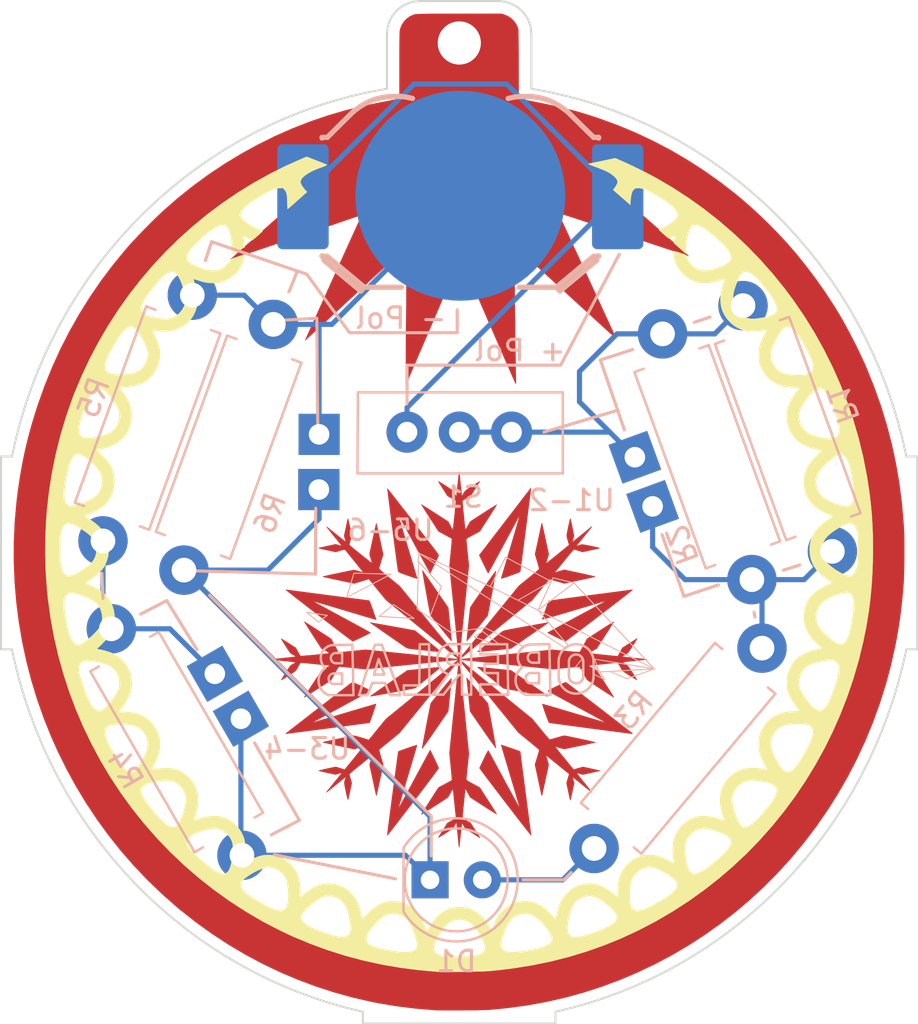
<source format=kicad_pcb>
(kicad_pcb (version 20171130) (host pcbnew "(5.1.9)-1")
  (layers (0 F.Cu signal hide) (31 B.Cu signal) (34 B.Paste user hide) (35 F.Paste user hide) (36 B.SilkS user) (37 F.SilkS user hide) (38 B.Mask user) (39 F.Mask user hide) (44 Edge.Cuts user))
  (net 0 "")
  (net 1 "Net-(D1-Pad1)")
  (net 2 "Net-(D1-Pad2)")
  (net 3 "Net-(R1-Pad2)")
  (net 4 "Net-(R1-Pad1)")
  (net 5 "Net-(R4-Pad1)")
  (net 6 "Net-(R4-Pad2)")
  (net 7 "Net-(S1-Pad1)")
  (module !Goody:ob-logo_B.SilkS (layer F.Cu) (at 54.41 70.59)
    (fp_text reference G*** hide)
    (fp_text value LOGO hide)
  )
  (module !Goody:LP (layer B.Cu) (at 41.23 46.68)
    (fp_text reference LP)
    (fp_text value LP)
    (pad 1 thru_hole rect (at 0 0) (size 2 2) (drill 1) (layers *.Cu *.Mask) (net 1 "Net-(D1-Pad1)"))
  )
  (module !Goody:LP (layer B.Cu) (at 41.24 44)
    (fp_text reference LP)
    (fp_text value LP)
    (pad 1 thru_hole rect (at 0 0) (size 2 2) (drill 1) (layers *.Cu *.Mask) (net 3 "Net-(R1-Pad2)"))
  )
  (module MountingHole:MountingHole_2.1mm (layer F.Cu) (at 48.0568 24.9936)
    (fp_text reference " " (at 0 -3.2) (layer F.SilkS))
    (fp_text value MountingHole_2.1mm)
    (pad "" np_thru_hole circle (at 0 0) (size 2.1 2.1) (drill 2.1) (layers *.Cu *.Mask))
  )
  (module LOGO (layer F.Cu) (at 0 0)
    (fp_text reference G*** hide)
    (fp_text value LOGO hide)
  )
  (module LOGO (layer F.Cu) (at 0 0)
    (fp_text reference G*** hide)
    (fp_text value LOGO hide)
  )
  (module LOGO (layer F.Cu) (at 0 0)
    (fp_text reference G*** hide)
    (fp_text value LOGO hide)
  )
  (module LOGO (layer F.Cu) (at 48.1076 47.5996)
    (fp_text reference G*** hide)
    (fp_text value LOGO hide)
    (fp_poly (pts (xy 2.148756 -23.98172) (xy 2.332669 -23.900457) (xy 2.494834 -23.788517) (xy 2.630646 -23.650744) (xy 2.735502 -23.491979) (xy 2.804796 -23.317068) (xy 2.813555 -23.282439) (xy 2.817964 -23.241407) (xy 2.821927 -23.159308) (xy 2.825427 -23.037406) (xy 2.82845 -22.876967) (xy 2.830978 -22.679254) (xy 2.832994 -22.445531) (xy 2.834484 -22.177063) (xy 2.83543 -21.875115) (xy 2.835816 -21.546037) (xy 2.836333 -19.903991) (xy 3.709458 -19.731015) (xy 4.100631 -19.652131) (xy 4.456665 -19.577145) (xy 4.784369 -19.504279) (xy 5.090556 -19.431752) (xy 5.382035 -19.357784) (xy 5.665617 -19.280596) (xy 5.948114 -19.198408) (xy 6.236337 -19.10944) (xy 6.537095 -19.011912) (xy 6.802058 -18.92287) (xy 7.678228 -18.602228) (xy 8.54147 -18.241782) (xy 9.389913 -17.842592) (xy 10.221684 -17.405718) (xy 11.034912 -16.932222) (xy 11.827724 -16.423163) (xy 12.598249 -15.879601) (xy 13.344614 -15.302596) (xy 13.673667 -15.030995) (xy 14.125371 -14.63825) (xy 14.580626 -14.218861) (xy 15.031339 -13.780957) (xy 15.469416 -13.332664) (xy 15.886761 -12.88211) (xy 16.275281 -12.437422) (xy 16.374535 -12.319) (xy 16.860077 -11.71374) (xy 17.327772 -11.089969) (xy 17.771462 -10.456372) (xy 18.18499 -9.821633) (xy 18.430763 -9.419167) (xy 18.582712 -9.156638) (xy 18.745271 -8.86342) (xy 18.913942 -8.548369) (xy 19.084225 -8.22034) (xy 19.251618 -7.888189) (xy 19.411622 -7.56077) (xy 19.559737 -7.24694) (xy 19.691463 -6.955554) (xy 19.743029 -6.836833) (xy 20.109833 -5.929545) (xy 20.435401 -5.017168) (xy 20.720141 -4.097929) (xy 20.964464 -3.170055) (xy 21.16878 -2.231771) (xy 21.333497 -1.281303) (xy 21.459025 -0.316878) (xy 21.545774 0.663278) (xy 21.570714 1.0795) (xy 21.576606 1.228257) (xy 21.580946 1.410981) (xy 21.58379 1.620903) (xy 21.585195 1.851254) (xy 21.585218 2.095265) (xy 21.583916 2.346169) (xy 21.581345 2.597195) (xy 21.577562 2.841576) (xy 21.572624 3.072542) (xy 21.566589 3.283325) (xy 21.559513 3.467156) (xy 21.551453 3.617266) (xy 21.549107 3.65125) (xy 21.500403 4.239815) (xy 21.44239 4.797929) (xy 21.373573 5.336746) (xy 21.292459 5.86742) (xy 21.197554 6.401105) (xy 21.144641 6.671683) (xy 20.932062 7.622205) (xy 20.679498 8.560102) (xy 20.387543 9.484162) (xy 20.056791 10.393172) (xy 19.687838 11.285922) (xy 19.281276 12.161198) (xy 18.837702 13.017789) (xy 18.357709 13.854482) (xy 17.841893 14.670066) (xy 17.290847 15.463328) (xy 16.705166 16.233056) (xy 16.094306 16.967839) (xy 15.454105 17.673522) (xy 14.786792 18.347663) (xy 14.093554 18.989644) (xy 13.375577 19.598848) (xy 12.634048 20.174658) (xy 11.870153 20.716457) (xy 11.085078 21.223628) (xy 10.280011 21.695553) (xy 9.456138 22.131615) (xy 8.614644 22.531198) (xy 7.756718 22.893684) (xy 6.883544 23.218456) (xy 5.996309 23.504897) (xy 5.096201 23.752389) (xy 4.184404 23.960316) (xy 3.262107 24.128061) (xy 2.330495 24.255006) (xy 2.021417 24.28782) (xy 1.878028 24.301691) (xy 1.722819 24.316234) (xy 1.572456 24.329916) (xy 1.443609 24.341202) (xy 1.418167 24.343348) (xy 1.328844 24.348906) (xy 1.202774 24.354016) (xy 1.045542 24.358638) (xy 0.86273 24.362735) (xy 0.659924 24.366265) (xy 0.442707 24.369191) (xy 0.216664 24.371473) (xy -0.012621 24.373073) (xy -0.239563 24.373951) (xy -0.45858 24.374068) (xy -0.664086 24.373385) (xy -0.850498 24.371862) (xy -1.012231 24.369462) (xy -1.1437 24.366144) (xy -1.23825 24.361938) (xy -2.174849 24.285076) (xy -3.089212 24.172316) (xy -3.981598 24.023626) (xy -4.265083 23.967937) (xy -5.19263 23.757387) (xy -6.106705 23.506847) (xy -7.006428 23.216741) (xy -7.890923 22.887496) (xy -8.75931 22.519539) (xy -9.610711 22.113293) (xy -10.444248 21.669187) (xy -11.259043 21.187645) (xy -12.054216 20.669092) (xy -12.828891 20.113956) (xy -13.582188 19.522662) (xy -13.790083 19.349902) (xy -14.511462 18.715402) (xy -15.203007 18.051112) (xy -15.864082 17.357892) (xy -16.494053 16.636602) (xy -17.092285 15.888103) (xy -17.658143 15.113255) (xy -18.190992 14.31292) (xy -18.690197 13.487958) (xy -19.155123 12.639229) (xy -19.585135 11.767594) (xy -19.894276 11.076168) (xy -20.255297 10.177965) (xy -20.576929 9.265327) (xy -20.858951 8.339882) (xy -21.10114 7.403259) (xy -21.303276 6.457087) (xy -21.465137 5.502994) (xy -21.5865 4.54261) (xy -21.667145 3.577563) (xy -21.70685 2.609482) (xy -21.705677 1.829359) (xy -19.802766 1.829359) (xy -19.802051 2.189136) (xy -19.7963 2.558649) (xy -19.78566 2.929843) (xy -19.770278 3.294661) (xy -19.750299 3.645049) (xy -19.725871 3.97295) (xy -19.714911 4.09575) (xy -19.607374 5.021904) (xy -19.460031 5.939287) (xy -19.273488 6.846378) (xy -19.048351 7.741658) (xy -18.785228 8.623605) (xy -18.484726 9.4907) (xy -18.147449 10.341423) (xy -17.774007 11.174253) (xy -17.365004 11.987671) (xy -16.921047 12.780156) (xy -16.442745 13.550189) (xy -15.930701 14.296248) (xy -15.385525 15.016815) (xy -15.327721 15.089266) (xy -14.957102 15.534688) (xy -14.55439 15.987683) (xy -14.127042 16.440741) (xy -13.682521 16.88635) (xy -13.228284 17.317001) (xy -12.771793 17.72518) (xy -12.390845 18.046182) (xy -11.675128 18.604551) (xy -10.931715 19.131956) (xy -10.16345 19.626749) (xy -9.373174 20.087286) (xy -8.563731 20.511921) (xy -7.737963 20.899007) (xy -6.898711 21.246899) (xy -6.7945 21.286975) (xy -6.029962 21.560185) (xy -5.259112 21.798759) (xy -4.478011 22.003539) (xy -3.682718 22.175366) (xy -2.869295 22.315081) (xy -2.033803 22.423527) (xy -1.172301 22.501546) (xy -1.0795 22.508053) (xy -0.997849 22.511602) (xy -0.879579 22.513921) (xy -0.730383 22.515096) (xy -0.555956 22.515209) (xy -0.361991 22.514345) (xy -0.154182 22.512587) (xy 0.061777 22.510019) (xy 0.280192 22.506726) (xy 0.49537 22.502791) (xy 0.701616 22.498298) (xy 0.893237 22.49333) (xy 1.06454 22.487973) (xy 1.209829 22.482309) (xy 1.323412 22.476422) (xy 1.386417 22.471723) (xy 1.611765 22.450279) (xy 1.805364 22.430807) (xy 1.977678 22.412104) (xy 2.13917 22.392967) (xy 2.300305 22.372194) (xy 2.471548 22.34858) (xy 2.529417 22.340339) (xy 3.417427 22.191781) (xy 4.299765 22.001685) (xy 5.174716 21.770658) (xy 6.040566 21.499309) (xy 6.895601 21.188248) (xy 7.738107 20.838082) (xy 8.566371 20.449421) (xy 9.378678 20.022873) (xy 9.906 19.720434) (xy 10.656596 19.251571) (xy 11.385481 18.749102) (xy 12.090716 18.214827) (xy 12.770361 17.650547) (xy 13.422476 17.058062) (xy 14.045122 16.439172) (xy 14.63636 15.795678) (xy 15.194249 15.12938) (xy 15.716851 14.442078) (xy 15.952983 14.107583) (xy 16.447995 13.360497) (xy 16.902768 12.614311) (xy 17.319127 11.865136) (xy 17.698893 11.109084) (xy 18.043891 10.342268) (xy 18.355944 9.560798) (xy 18.636875 8.760789) (xy 18.888507 7.93835) (xy 18.950757 7.71525) (xy 19.141483 6.959064) (xy 19.305007 6.183527) (xy 19.441957 5.384937) (xy 19.552963 4.559593) (xy 19.638655 3.703793) (xy 19.643884 3.640667) (xy 19.651655 3.520737) (xy 19.658625 3.364706) (xy 19.664742 3.1788) (xy 19.669954 2.969243) (xy 19.674208 2.742261) (xy 19.677452 2.504081) (xy 19.679635 2.260926) (xy 19.680702 2.019023) (xy 19.680604 1.784597) (xy 19.679286 1.563874) (xy 19.676697 1.363079) (xy 19.672784 1.188438) (xy 19.667496 1.046176) (xy 19.66593 1.016) (xy 19.592896 0.066164) (xy 19.480605 -0.868321) (xy 19.329099 -1.787294) (xy 19.138419 -2.690591) (xy 18.908609 -3.578048) (xy 18.639711 -4.449504) (xy 18.331768 -5.304794) (xy 17.984821 -6.143755) (xy 17.598914 -6.966225) (xy 17.580327 -7.003458) (xy 17.297 -7.547352) (xy 16.989265 -8.097137) (xy 16.661722 -8.645719) (xy 16.318968 -9.186003) (xy 15.965604 -9.710893) (xy 15.606229 -10.213294) (xy 15.245442 -10.686112) (xy 14.985357 -11.006667) (xy 14.564804 -11.493184) (xy 14.115573 -11.980216) (xy 13.646034 -12.45945) (xy 13.164556 -12.922576) (xy 12.67951 -13.361282) (xy 12.234333 -13.738617) (xy 11.560325 -14.265069) (xy 10.854751 -14.766966) (xy 10.122408 -15.241435) (xy 9.368092 -15.685601) (xy 8.596598 -16.096588) (xy 7.812723 -16.471523) (xy 7.312393 -16.688882) (xy 6.994203 -16.821706) (xy 6.822411 -16.79437) (xy 6.732003 -16.780965) (xy 6.615033 -16.765019) (xy 6.487021 -16.748587) (xy 6.370557 -16.734542) (xy 6.266764 -16.722068) (xy 6.179305 -16.710738) (xy 6.116156 -16.701647) (xy 6.08529 -16.695889) (xy 6.083601 -16.695157) (xy 6.098477 -16.680695) (xy 6.143535 -16.639856) (xy 6.217085 -16.574125) (xy 6.317439 -16.48499) (xy 6.44291 -16.373937) (xy 6.591808 -16.242454) (xy 6.762445 -16.092027) (xy 6.953133 -15.924143) (xy 7.162183 -15.740288) (xy 7.387907 -15.54195) (xy 7.628617 -15.330616) (xy 7.882624 -15.107772) (xy 8.14824 -14.874904) (xy 8.423777 -14.633501) (xy 8.602302 -14.477174) (xy 8.883013 -14.231255) (xy 9.154681 -13.992938) (xy 9.415631 -13.763706) (xy 9.664186 -13.545045) (xy 9.898673 -13.338438) (xy 10.117416 -13.14537) (xy 10.318741 -12.967324) (xy 10.500972 -12.805785) (xy 10.662434 -12.662237) (xy 10.801453 -12.538164) (xy 10.916353 -12.43505) (xy 11.005459 -12.354379) (xy 11.067097 -12.297635) (xy 11.099591 -12.266303) (xy 11.104322 -12.260273) (xy 11.081949 -12.266236) (xy 11.021607 -12.284966) (xy 10.925459 -12.315747) (xy 10.795665 -12.357866) (xy 10.634388 -12.410606) (xy 10.443788 -12.473254) (xy 10.226026 -12.545095) (xy 9.983265 -12.625414) (xy 9.717666 -12.713496) (xy 9.43139 -12.808627) (xy 9.126598 -12.910091) (xy 8.805452 -13.017176) (xy 8.470113 -13.129164) (xy 8.122742 -13.245343) (xy 7.919304 -13.313461) (xy 7.566687 -13.431435) (xy 7.225244 -13.545389) (xy 6.897106 -13.654626) (xy 6.584403 -13.758448) (xy 6.289264 -13.856157) (xy 6.013819 -13.947054) (xy 5.760198 -14.030443) (xy 5.53053 -14.105625) (xy 5.326946 -14.171902) (xy 5.151574 -14.228577) (xy 5.006546 -14.274952) (xy 4.89399 -14.310329) (xy 4.816036 -14.334009) (xy 4.774815 -14.345296) (xy 4.768588 -14.345855) (xy 4.778536 -14.323946) (xy 4.80528 -14.265707) (xy 4.847852 -14.173233) (xy 4.905285 -14.048622) (xy 4.97661 -13.893969) (xy 5.060861 -13.71137) (xy 5.157069 -13.502921) (xy 5.264267 -13.270718) (xy 5.381487 -13.016858) (xy 5.507762 -12.743436) (xy 5.642125 -12.452549) (xy 5.783607 -12.146292) (xy 5.931241 -11.826763) (xy 6.084059 -11.496056) (xy 6.148822 -11.355917) (xy 6.336261 -10.950354) (xy 6.506741 -10.5815) (xy 6.66105 -10.247627) (xy 6.799973 -9.947008) (xy 6.924296 -9.677916) (xy 7.034805 -9.438624) (xy 7.132286 -9.227405) (xy 7.217525 -9.042532) (xy 7.291308 -8.882278) (xy 7.354421 -8.744916) (xy 7.407649 -8.628719) (xy 7.45178 -8.53196) (xy 7.487598 -8.452911) (xy 7.515891 -8.389846) (xy 7.537443 -8.341038) (xy 7.553041 -8.304759) (xy 7.56347 -8.279283) (xy 7.569518 -8.262882) (xy 7.571968 -8.25383) (xy 7.571609 -8.250399) (xy 7.569225 -8.250863) (xy 7.565603 -8.253494) (xy 7.561528 -8.256565) (xy 7.558609 -8.258133) (xy 7.541165 -8.272906) (xy 7.494349 -8.314618) (xy 7.419991 -8.381596) (xy 7.319921 -8.47217) (xy 7.195969 -8.584666) (xy 7.049964 -8.717414) (xy 6.883737 -8.868741) (xy 6.699118 -9.036976) (xy 6.497935 -9.220447) (xy 6.282021 -9.417481) (xy 6.053203 -9.626408) (xy 5.813312 -9.845555) (xy 5.564179 -10.073251) (xy 5.307632 -10.307823) (xy 5.045503 -10.5476) (xy 4.77962 -10.790911) (xy 4.511814 -11.036082) (xy 4.243915 -11.281443) (xy 3.977752 -11.525322) (xy 3.715156 -11.766046) (xy 3.457956 -12.001944) (xy 3.207982 -12.231345) (xy 2.967065 -12.452575) (xy 2.886354 -12.526726) (xy 2.608292 -12.782222) (xy 2.616843 -12.428903) (xy 2.618222 -12.361428) (xy 2.620063 -12.254737) (xy 2.622323 -12.111945) (xy 2.624959 -11.936167) (xy 2.627929 -11.730518) (xy 2.631189 -11.498112) (xy 2.634697 -11.242064) (xy 2.638409 -10.965488) (xy 2.642283 -10.6715) (xy 2.646276 -10.363213) (xy 2.650344 -10.043744) (xy 2.654445 -9.716206) (xy 2.656286 -9.567333) (xy 2.660454 -9.233252) (xy 2.664675 -8.903228) (xy 2.668901 -8.580632) (xy 2.673083 -8.268835) (xy 2.677172 -7.971206) (xy 2.681121 -7.691118) (xy 2.68488 -7.431941) (xy 2.688401 -7.197046) (xy 2.691637 -6.989802) (xy 2.694538 -6.813582) (xy 2.697056 -6.671755) (xy 2.699143 -6.567693) (xy 2.69977 -6.5405) (xy 2.703189 -6.36799) (xy 2.704276 -6.230134) (xy 2.703059 -6.128728) (xy 2.699564 -6.065568) (xy 2.693821 -6.042451) (xy 2.692088 -6.043083) (xy 2.681527 -6.064553) (xy 2.655044 -6.122772) (xy 2.613557 -6.215651) (xy 2.557979 -6.341098) (xy 2.489227 -6.497022) (xy 2.408217 -6.681333) (xy 2.315864 -6.891939) (xy 2.213083 -7.126749) (xy 2.10079 -7.383673) (xy 1.979902 -7.660619) (xy 1.851332 -7.955496) (xy 1.715998 -8.266214) (xy 1.574814 -8.590681) (xy 1.428696 -8.926807) (xy 1.343544 -9.122833) (xy 1.195246 -9.464303) (xy 1.051565 -9.795114) (xy 0.913402 -10.113193) (xy 0.78166 -10.416466) (xy 0.657238 -10.702858) (xy 0.54104 -10.970294) (xy 0.433966 -11.2167) (xy 0.336919 -11.440002) (xy 0.250799 -11.638125) (xy 0.176508 -11.808996) (xy 0.114947 -11.950539) (xy 0.067019 -12.060679) (xy 0.033624 -12.137344) (xy 0.015664 -12.178458) (xy 0.012675 -12.185198) (xy 0.004186 -12.166531) (xy -0.020076 -12.111065) (xy -0.059203 -12.020909) (xy -0.112287 -11.898172) (xy -0.178421 -11.744963) (xy -0.256697 -11.563392) (xy -0.346206 -11.355567) (xy -0.44604 -11.123598) (xy -0.555293 -10.869594) (xy -0.673055 -10.595664) (xy -0.798419 -10.303917) (xy -0.930477 -9.996462) (xy -1.06832 -9.675409) (xy -1.211042 -9.342866) (xy -1.25842 -9.232448) (xy -1.436641 -8.817055) (xy -1.598915 -8.438831) (xy -1.745996 -8.096044) (xy -1.878636 -7.78696) (xy -1.997588 -7.509849) (xy -2.103605 -7.262978) (xy -2.197439 -7.044615) (xy -2.279843 -6.853028) (xy -2.351569 -6.686484) (xy -2.413371 -6.543253) (xy -2.466001 -6.4216) (xy -2.510212 -6.319796) (xy -2.546757 -6.236107) (xy -2.576388 -6.168801) (xy -2.599858 -6.116147) (xy -2.617919 -6.076411) (xy -2.631325 -6.047863) (xy -2.640828 -6.028769) (xy -2.647181 -6.017399) (xy -2.651137 -6.012019) (xy -2.653448 -6.010898) (xy -2.654866 -6.012304) (xy -2.656146 -6.014504) (xy -2.656602 -6.015046) (xy -2.657507 -6.036944) (xy -2.65801 -6.098906) (xy -2.658127 -6.198664) (xy -2.65787 -6.333951) (xy -2.657253 -6.502499) (xy -2.656292 -6.702041) (xy -2.654999 -6.930309) (xy -2.653389 -7.185035) (xy -2.651476 -7.463953) (xy -2.649274 -7.764795) (xy -2.646797 -8.085292) (xy -2.644059 -8.423179) (xy -2.641074 -8.776186) (xy -2.637857 -9.142047) (xy -2.635916 -9.356332) (xy -2.632557 -9.728487) (xy -2.629395 -10.08906) (xy -2.626446 -10.435785) (xy -2.623725 -10.766398) (xy -2.621248 -11.078633) (xy -2.61903 -11.370224) (xy -2.617088 -11.638907) (xy -2.615436 -11.882415) (xy -2.614091 -12.098483) (xy -2.613067 -12.284846) (xy -2.612381 -12.439239) (xy -2.612048 -12.559395) (xy -2.612084 -12.64305) (xy -2.612503 -12.687938) (xy -2.612924 -12.695312) (xy -2.629016 -12.682022) (xy -2.674495 -12.641476) (xy -2.747704 -12.575197) (xy -2.846985 -12.484712) (xy -2.970681 -12.371544) (xy -3.117135 -12.237219) (xy -3.284688 -12.083261) (xy -3.471684 -11.911195) (xy -3.676466 -11.722545) (xy -3.897375 -11.518837) (xy -4.132755 -11.301595) (xy -4.380947 -11.072343) (xy -4.640295 -10.832606) (xy -4.909142 -10.58391) (xy -5.080614 -10.425198) (xy -5.354557 -10.171709) (xy -5.62007 -9.926267) (xy -5.875491 -9.690393) (xy -6.119163 -9.465611) (xy -6.349426 -9.253442) (xy -6.56462 -9.055411) (xy -6.763086 -8.873039) (xy -6.943164 -8.707849) (xy -7.103195 -8.561365) (xy -7.241521 -8.435108) (xy -7.35648 -8.330602) (xy -7.446414 -8.24937) (xy -7.509664 -8.192933) (xy -7.54457 -8.162815) (xy -7.551253 -8.15803) (xy -7.543413 -8.177616) (xy -7.519178 -8.233227) (xy -7.479684 -8.322356) (xy -7.426067 -8.442498) (xy -7.359462 -8.591145) (xy -7.281006 -8.76579) (xy -7.191835 -8.963926) (xy -7.093085 -9.183046) (xy -6.985891 -9.420644) (xy -6.87139 -9.674213) (xy -6.750718 -9.941245) (xy -6.625011 -10.219234) (xy -6.495404 -10.505673) (xy -6.363034 -10.798054) (xy -6.229037 -11.093872) (xy -6.094549 -11.390619) (xy -5.960705 -11.685788) (xy -5.828642 -11.976872) (xy -5.699496 -12.261365) (xy -5.574403 -12.536759) (xy -5.454498 -12.800548) (xy -5.340918 -13.050224) (xy -5.234799 -13.283282) (xy -5.137277 -13.497213) (xy -5.049487 -13.689511) (xy -4.972566 -13.85767) (xy -4.90765 -13.999181) (xy -4.855874 -14.111539) (xy -4.818376 -14.192236) (xy -4.79629 -14.238766) (xy -4.791456 -14.248301) (xy -4.806701 -14.247518) (xy -4.853883 -14.234658) (xy -4.925125 -14.212037) (xy -4.990126 -14.189879) (xy -5.081126 -14.158272) (xy -5.204452 -14.115774) (xy -5.357482 -14.063272) (xy -5.537592 -14.001655) (xy -5.742159 -13.931811) (xy -5.96856 -13.85463) (xy -6.214173 -13.770998) (xy -6.476373 -13.681806) (xy -6.752539 -13.58794) (xy -7.040046 -13.49029) (xy -7.336272 -13.389744) (xy -7.638594 -13.28719) (xy -7.944388 -13.183517) (xy -8.251032 -13.079613) (xy -8.555902 -12.976367) (xy -8.856376 -12.874666) (xy -9.14983 -12.775401) (xy -9.433641 -12.679458) (xy -9.705186 -12.587726) (xy -9.961842 -12.501094) (xy -10.200987 -12.42045) (xy -10.419996 -12.346683) (xy -10.616247 -12.280681) (xy -10.787117 -12.223332) (xy -10.929982 -12.175525) (xy -11.04222 -12.138148) (xy -11.121208 -12.11209) (xy -11.164322 -12.098239) (xy -11.171881 -12.096159) (xy -11.171573 -12.098315) (xy -11.167691 -12.103475) (xy -11.158927 -12.112805) (xy -11.14397 -12.127468) (xy -11.121513 -12.14863) (xy -11.090246 -12.177456) (xy -11.04886 -12.21511) (xy -10.996046 -12.262757) (xy -10.930494 -12.321562) (xy -10.850896 -12.392689) (xy -10.755942 -12.477304) (xy -10.644323 -12.576571) (xy -10.514731 -12.691655) (xy -10.365855 -12.823721) (xy -10.196388 -12.973933) (xy -10.005019 -13.143457) (xy -9.79044 -13.333457) (xy -9.551341 -13.545097) (xy -9.286414 -13.779543) (xy -8.994349 -14.03796) (xy -8.673837 -14.321512) (xy -8.32357 -14.631363) (xy -8.138583 -14.794998) (xy -7.89138 -15.013737) (xy -7.65306 -15.224751) (xy -7.425538 -15.426338) (xy -7.210726 -15.616799) (xy -7.010537 -15.794433) (xy -6.826884 -15.957538) (xy -6.66168 -16.104416) (xy -6.516837 -16.233364) (xy -6.394268 -16.342682) (xy -6.295887 -16.430671) (xy -6.223606 -16.495628) (xy -6.179338 -16.535854) (xy -6.164978 -16.549597) (xy -6.182907 -16.558931) (xy -6.235965 -16.57778) (xy -6.318489 -16.604351) (xy -6.424814 -16.636848) (xy -6.549276 -16.673477) (xy -6.620061 -16.693783) (xy -7.08025 -16.824648) (xy -7.366 -16.706498) (xy -8.036692 -16.41393) (xy -8.708007 -16.091342) (xy -9.371836 -15.743211) (xy -10.020069 -15.374012) (xy -10.644597 -14.988223) (xy -11.237311 -14.59032) (xy -11.37023 -14.496165) (xy -12.090554 -13.954599) (xy -12.785394 -13.379773) (xy -13.453758 -12.772955) (xy -14.094651 -12.135416) (xy -14.707081 -11.468424) (xy -15.290054 -10.773251) (xy -15.842577 -10.051164) (xy -16.363656 -9.303434) (xy -16.852299 -8.531329) (xy -17.307512 -7.736121) (xy -17.728302 -6.919077) (xy -18.113675 -6.081469) (xy -18.298641 -5.640917) (xy -18.617043 -4.804984) (xy -18.897563 -3.956879) (xy -19.140593 -3.094867) (xy -19.346525 -2.217212) (xy -19.51575 -1.322179) (xy -19.648662 -0.408034) (xy -19.74565 0.526959) (xy -19.773232 0.889) (xy -19.788503 1.171235) (xy -19.798298 1.487374) (xy -19.802766 1.829359) (xy -21.705677 1.829359) (xy -21.705392 1.639995) (xy -21.66255 0.670731) (xy -21.578104 -0.29668) (xy -21.514093 -0.8255) (xy -21.41192 -1.52165) (xy -21.293393 -2.192486) (xy -21.156083 -2.848493) (xy -20.997558 -3.500157) (xy -20.815388 -4.157964) (xy -20.607142 -4.832401) (xy -20.532806 -5.058833) (xy -20.205556 -5.975343) (xy -19.83984 -6.874626) (xy -19.43626 -7.755629) (xy -18.995419 -8.617301) (xy -18.517921 -9.458589) (xy -18.004368 -10.27844) (xy -17.455363 -11.075801) (xy -16.871508 -11.849622) (xy -16.253407 -12.598848) (xy -16.137915 -12.73175) (xy -15.994589 -12.891815) (xy -15.82615 -13.073936) (xy -15.638856 -13.271746) (xy -15.438965 -13.478874) (xy -15.232736 -13.688953) (xy -15.026425 -13.895614) (xy -14.826291 -14.092487) (xy -14.638591 -14.273205) (xy -14.469584 -14.431397) (xy -14.452409 -14.447145) (xy -13.744824 -15.066436) (xy -13.011774 -15.653567) (xy -12.254926 -16.207663) (xy -11.475951 -16.72785) (xy -10.676515 -17.213253) (xy -9.858288 -17.662997) (xy -9.022939 -18.076208) (xy -8.172136 -18.45201) (xy -7.307548 -18.789529) (xy -6.430843 -19.08789) (xy -5.54369 -19.346218) (xy -4.724713 -19.546659) (xy -4.576243 -19.578979) (xy -4.39885 -19.616399) (xy -4.20524 -19.656311) (xy -4.008117 -19.69611) (xy -3.820184 -19.733189) (xy -3.740463 -19.748587) (xy -3.586056 -19.778209) (xy -3.439528 -19.806397) (xy -3.307803 -19.831812) (xy -3.197804 -19.853117) (xy -3.116457 -19.868973) (xy -3.074458 -19.877279) (xy -2.963333 -19.899668) (xy -2.963333 -21.523554) (xy -2.963238 -21.831149) (xy -2.962915 -22.09932) (xy -2.962312 -22.330976) (xy -2.961373 -22.529025) (xy -2.960045 -22.696377) (xy -2.958274 -22.83594) (xy -2.956006 -22.950622) (xy -2.953188 -23.043334) (xy -2.949764 -23.116983) (xy -2.945681 -23.174478) (xy -2.940886 -23.218728) (xy -2.935323 -23.252642) (xy -2.930887 -23.27201) (xy -2.861279 -23.46045) (xy -2.75782 -23.630002) (xy -2.62525 -23.775597) (xy -2.468311 -23.892168) (xy -2.291743 -23.974649) (xy -2.265458 -23.983272) (xy -2.242791 -23.989781) (xy -2.217399 -23.995539) (xy -2.186661 -24.000594) (xy -2.14796 -24.004996) (xy -2.098676 -24.008796) (xy -2.036191 -24.012043) (xy -1.957886 -24.014787) (xy -1.861142 -24.017077) (xy -1.74334 -24.018963) (xy -1.601862 -24.020496) (xy -1.434088 -24.021724) (xy -1.237401 -24.022698) (xy -1.009181 -24.023468) (xy -0.74681 -24.024082) (xy -0.447668 -24.024591) (xy -0.109138 -24.025045) (xy -0.064168 -24.0251) (xy 2.010826 -24.027621) (xy 2.148756 -23.98172)) (layer F.Cu) (width 0.01))
    (fp_poly (pts (xy -0.045623 -1.785393) (xy -0.041107 -1.75507) (xy -0.038622 -1.720703) (xy -0.032262 -1.650455) (xy -0.022634 -1.550541) (xy -0.010349 -1.427176) (xy 0.003986 -1.286573) (xy 0.017805 -1.153583) (xy 0.075491 -0.60325) (xy 0.152631 -0.739459) (xy 0.180413 -0.786931) (xy 0.20732 -0.826198) (xy 0.239044 -0.862063) (xy 0.281275 -0.899333) (xy 0.339705 -0.942811) (xy 0.420025 -0.997303) (xy 0.527925 -1.067613) (xy 0.584547 -1.104117) (xy 0.693049 -1.173269) (xy 0.789063 -1.233099) (xy 0.867101 -1.280299) (xy 0.92168 -1.311565) (xy 0.947314 -1.323591) (xy 0.948444 -1.323445) (xy 0.940354 -1.303714) (xy 0.912486 -1.253957) (xy 0.868123 -1.179652) (xy 0.810546 -1.086275) (xy 0.743039 -0.9793) (xy 0.72861 -0.956717) (xy 0.499655 -0.59911) (xy 0.302982 -0.495347) (xy 0.211109 -0.445121) (xy 0.151801 -0.407607) (xy 0.119009 -0.378171) (xy 0.106683 -0.352178) (xy 0.106071 -0.344516) (xy 0.108063 -0.315408) (xy 0.113714 -0.250514) (xy 0.122405 -0.156163) (xy 0.133513 -0.038684) (xy 0.146419 0.095592) (xy 0.1605 0.240337) (xy 0.175135 0.389221) (xy 0.189705 0.535914) (xy 0.203586 0.674086) (xy 0.216158 0.797408) (xy 0.2268 0.89955) (xy 0.234892 0.974183) (xy 0.238547 1.005417) (xy 0.250037 1.009275) (xy 0.278499 0.974978) (xy 0.323587 0.903001) (xy 0.360045 0.839112) (xy 0.47625 0.630475) (xy 1.121833 0.213176) (xy 1.269462 0.118272) (xy 1.405568 0.031779) (xy 1.526168 -0.043847) (xy 1.627279 -0.106153) (xy 1.704917 -0.152685) (xy 1.7551 -0.180987) (xy 1.773844 -0.188606) (xy 1.773852 -0.188588) (xy 1.764252 -0.167852) (xy 1.734091 -0.1157) (xy 1.685892 -0.036202) (xy 1.622178 0.066573) (xy 1.545472 0.188554) (xy 1.458297 0.325671) (xy 1.364902 0.471176) (xy 0.949516 1.115406) (xy 0.622925 1.289934) (xy 0.505282 1.353108) (xy 0.419927 1.400351) (xy 0.361703 1.43548) (xy 0.325453 1.462313) (xy 0.306022 1.484669) (xy 0.298252 1.506365) (xy 0.296987 1.53122) (xy 0.296988 1.531273) (xy 0.299318 1.569563) (xy 0.305559 1.643737) (xy 0.315123 1.747583) (xy 0.327422 1.874893) (xy 0.341868 2.019455) (xy 0.357873 2.175059) (xy 0.358387 2.179987) (xy 0.419133 2.761891) (xy 0.189056 5.015213) (xy 0.158032 5.319519) (xy 0.128325 5.611817) (xy 0.100207 5.889375) (xy 0.073951 6.149461) (xy 0.04983 6.389341) (xy 0.028116 6.606284) (xy 0.009082 6.797555) (xy -0.006998 6.960424) (xy -0.019853 7.092157) (xy -0.029209 7.190021) (xy -0.034794 7.251285) (xy -0.036334 7.273215) (xy -0.036324 7.273231) (xy -0.022607 7.257812) (xy 0.0161 7.211675) (xy 0.078063 7.136935) (xy 0.161548 7.035709) (xy 0.264823 6.910109) (xy 0.386151 6.762251) (xy 0.523801 6.59425) (xy 0.676037 6.40822) (xy 0.841126 6.206277) (xy 1.017334 5.990535) (xy 1.202928 5.763108) (xy 1.396172 5.526112) (xy 1.403188 5.517505) (xy 2.838004 3.757083) (xy 3.334214 3.354917) (xy 3.458471 3.253525) (xy 3.571369 3.160089) (xy 3.668868 3.078056) (xy 3.746927 3.010876) (xy 3.801507 2.961995) (xy 3.828567 2.934863) (xy 3.830796 2.931044) (xy 3.825153 2.904432) (xy 3.809294 2.844437) (xy 3.785207 2.758213) (xy 3.754881 2.652913) (xy 3.729152 2.565434) (xy 3.627138 2.22153) (xy 3.781152 1.50764) (xy 3.825421 1.302505) (xy 3.861635 1.135002) (xy 3.890663 1.001379) (xy 3.913373 0.897885) (xy 3.930633 0.820768) (xy 3.94331 0.766278) (xy 3.952273 0.730664) (xy 3.95839 0.710174) (xy 3.962528 0.701057) (xy 3.965555 0.699561) (xy 3.967724 0.701294) (xy 3.973757 0.723045) (xy 3.987637 0.781545) (xy 4.008326 0.872152) (xy 4.034785 0.990226) (xy 4.065972 1.131126) (xy 4.100848 1.29021) (xy 4.138374 1.462836) (xy 4.139285 1.467044) (xy 4.303347 2.225005) (xy 4.237681 2.440037) (xy 4.21123 2.528369) (xy 4.190772 2.60001) (xy 4.17868 2.646428) (xy 4.176584 2.65964) (xy 4.193461 2.64788) (xy 4.239298 2.612398) (xy 4.310268 2.556248) (xy 4.402546 2.482486) (xy 4.512304 2.394169) (xy 4.635716 2.29435) (xy 4.732429 2.215814) (xy 5.283704 1.767417) (xy 5.224555 1.566333) (xy 5.199003 1.474884) (xy 5.178919 1.394291) (xy 5.167059 1.336081) (xy 5.165036 1.317418) (xy 5.169306 1.280361) (xy 5.181193 1.210667) (xy 5.198895 1.116967) (xy 5.220613 1.007897) (xy 5.244546 0.892091) (xy 5.268895 0.778182) (xy 5.291858 0.674806) (xy 5.311635 0.590595) (xy 5.326427 0.534184) (xy 5.3316 0.518583) (xy 5.345793 0.488294) (xy 5.3548 0.497187) (xy 5.361411 0.518583) (xy 5.373979 0.567572) (xy 5.391897 0.645787) (xy 5.413455 0.744851) (xy 5.436945 0.856384) (xy 5.460658 0.972011) (xy 5.482885 1.083352) (xy 5.501917 1.18203) (xy 5.516046 1.259668) (xy 5.523564 1.307887) (xy 5.524338 1.317418) (xy 5.518212 1.362304) (xy 5.502425 1.431339) (xy 5.483548 1.498852) (xy 5.464628 1.56926) (xy 5.45967 1.608521) (xy 5.467835 1.613453) (xy 5.493767 1.592874) (xy 5.546971 1.550075) (xy 5.621891 1.489563) (xy 5.712971 1.41585) (xy 5.814656 1.333443) (xy 5.921389 1.246853) (xy 6.027615 1.160587) (xy 6.127779 1.079155) (xy 6.216324 1.007067) (xy 6.287695 0.948831) (xy 6.336336 0.908956) (xy 6.355421 0.893074) (xy 6.390472 0.866081) (xy 6.399753 0.867874) (xy 6.382887 0.898993) (xy 6.3395 0.95998) (xy 6.269216 1.051375) (xy 6.171658 1.173719) (xy 6.092839 1.270833) (xy 5.99911 1.385803) (xy 5.910809 1.494278) (xy 5.832634 1.590472) (xy 5.769284 1.6686) (xy 5.72546 1.722876) (xy 5.711488 1.740332) (xy 5.648935 1.81908) (xy 5.750759 1.787725) (xy 5.820299 1.766687) (xy 5.879554 1.749391) (xy 5.898203 1.744227) (xy 5.93037 1.744709) (xy 5.993425 1.752816) (xy 6.080267 1.767074) (xy 6.183796 1.786008) (xy 6.29691 1.808144) (xy 6.412509 1.832008) (xy 6.523491 1.856126) (xy 6.622754 1.879025) (xy 6.703199 1.899229) (xy 6.757724 1.915265) (xy 6.779228 1.925658) (xy 6.77883 1.927034) (xy 6.754051 1.93552) (xy 6.694359 1.951008) (xy 6.6063 1.971949) (xy 6.496421 1.996794) (xy 6.37127 2.023993) (xy 6.35 2.028516) (xy 5.93725 2.11602) (xy 5.736167 2.053079) (xy 5.649752 2.026412) (xy 5.579012 2.005295) (xy 5.53329 1.992479) (xy 5.521469 1.989903) (xy 5.50507 2.005607) (xy 5.465644 2.050036) (xy 5.406753 2.118974) (xy 5.33196 2.208204) (xy 5.244826 2.313508) (xy 5.148913 2.430669) (xy 5.141757 2.439458) (xy 5.039945 2.564395) (xy 4.941941 2.684382) (xy 4.852404 2.793736) (xy 4.77599 2.886777) (xy 4.717356 2.957824) (xy 4.683309 2.998657) (xy 4.59096 3.108064) (xy 5.0491 2.970358) (xy 5.793127 3.130887) (xy 5.964693 3.168186) (xy 6.123027 3.20315) (xy 6.263395 3.234693) (xy 6.381062 3.261728) (xy 6.471295 3.283168) (xy 6.529359 3.297924) (xy 6.550415 3.304768) (xy 6.552347 3.308996) (xy 6.547487 3.313871) (xy 6.532304 3.320227) (xy 6.50327 3.328897) (xy 6.456857 3.340712) (xy 6.389534 3.356506) (xy 6.297773 3.377112) (xy 6.178046 3.403361) (xy 6.026822 3.436088) (xy 5.840574 3.476124) (xy 5.662083 3.514383) (xy 5.04825 3.645872) (xy 4.689189 3.538207) (xy 4.572802 3.504386) (xy 4.47086 3.476812) (xy 4.390053 3.457128) (xy 4.337071 3.446976) (xy 4.318773 3.447237) (xy 4.302982 3.467242) (xy 4.263752 3.515829) (xy 4.20447 3.588834) (xy 4.128527 3.682094) (xy 4.03931 3.791443) (xy 3.940207 3.912718) (xy 3.901728 3.959758) (xy 3.49604 4.455583) (xy 1.740036 5.884333) (xy 1.502943 6.077282) (xy 1.275318 6.262605) (xy 1.059285 6.43857) (xy 0.856965 6.603444) (xy 0.67048 6.755497) (xy 0.501953 6.892996) (xy 0.353504 7.014209) (xy 0.227257 7.117403) (xy 0.125333 7.200848) (xy 0.049855 7.262811) (xy 0.002944 7.30156) (xy -0.013278 7.315363) (xy -0.013276 7.315371) (xy 0.007693 7.313559) (xy 0.068037 7.307677) (xy 0.165021 7.298005) (xy 0.295908 7.28482) (xy 0.457965 7.268403) (xy 0.648457 7.24903) (xy 0.864648 7.226981) (xy 1.103804 7.202535) (xy 1.363188 7.175969) (xy 1.640068 7.147562) (xy 1.931706 7.117594) (xy 2.233083 7.086577) (xy 4.47675 6.855495) (xy 5.132267 6.919838) (xy 5.294442 6.935232) (xy 5.442979 6.948324) (xy 5.572672 6.958735) (xy 5.678312 6.966086) (xy 5.754692 6.969996) (xy 5.796603 6.970087) (xy 5.802901 6.968716) (xy 5.817497 6.94572) (xy 5.848326 6.891855) (xy 5.891762 6.813638) (xy 5.944173 6.717584) (xy 5.986271 6.639473) (xy 6.154523 6.325696) (xy 6.807084 5.904892) (xy 6.955762 5.809396) (xy 7.093017 5.721965) (xy 7.214858 5.645085) (xy 7.317298 5.581242) (xy 7.396346 5.532921) (xy 7.448013 5.502608) (xy 7.46831 5.492789) (xy 7.468402 5.492847) (xy 7.459322 5.511974) (xy 7.429631 5.562589) (xy 7.381819 5.640702) (xy 7.318378 5.742325) (xy 7.241797 5.863471) (xy 7.154566 6.000152) (xy 7.059176 6.148379) (xy 7.055968 6.153344) (xy 6.634776 6.805083) (xy 6.439993 6.909675) (xy 6.360786 6.95345) (xy 6.298895 6.990046) (xy 6.261643 7.014979) (xy 6.254323 7.023378) (xy 6.276462 7.027482) (xy 6.334587 7.035083) (xy 6.422692 7.045553) (xy 6.534773 7.05826) (xy 6.664824 7.072577) (xy 6.806841 7.087874) (xy 6.954818 7.103521) (xy 7.102752 7.118889) (xy 7.244638 7.133349) (xy 7.374469 7.146271) (xy 7.486242 7.157026) (xy 7.573952 7.164985) (xy 7.631594 7.169517) (xy 7.653162 7.169996) (xy 7.664365 7.150416) (xy 7.69115 7.101412) (xy 7.729202 7.030925) (xy 7.763689 6.966587) (xy 7.8697 6.768258) (xy 8.226392 6.538175) (xy 8.335833 6.468079) (xy 8.433345 6.40657) (xy 8.513302 6.357119) (xy 8.570077 6.323198) (xy 8.598046 6.308279) (xy 8.599609 6.307879) (xy 8.603253 6.310758) (xy 8.600216 6.322088) (xy 8.588178 6.345672) (xy 8.564818 6.385313) (xy 8.527814 6.444814) (xy 8.474846 6.527976) (xy 8.403594 6.638602) (xy 8.311735 6.780495) (xy 8.301574 6.796169) (xy 8.235873 6.896163) (xy 8.185533 6.967657) (xy 8.143636 7.018142) (xy 8.103261 7.055112) (xy 8.057488 7.086061) (xy 8.008354 7.113669) (xy 7.874032 7.186083) (xy 7.942808 7.199809) (xy 7.983805 7.205845) (xy 8.059712 7.214992) (xy 8.163285 7.226458) (xy 8.28728 7.239449) (xy 8.424455 7.253173) (xy 8.47725 7.258293) (xy 8.660301 7.276129) (xy 8.804826 7.290821) (xy 8.914478 7.302836) (xy 8.992913 7.312638) (xy 9.043782 7.320692) (xy 9.070739 7.327463) (xy 9.077439 7.333418) (xy 9.076607 7.334615) (xy 9.0542 7.33881) (xy 8.995234 7.34644) (xy 8.905286 7.35688) (xy 8.789934 7.369502) (xy 8.654756 7.38368) (xy 8.508236 7.398497) (xy 8.357539 7.413722) (xy 8.219836 7.428111) (xy 8.101011 7.441009) (xy 8.006946 7.451765) (xy 7.943523 7.459726) (xy 7.916977 7.464116) (xy 7.916437 7.478521) (xy 7.950952 7.507459) (xy 8.015474 7.547109) (xy 8.061303 7.574061) (xy 8.099844 7.601152) (xy 8.135908 7.634085) (xy 8.174308 7.678566) (xy 8.219857 7.740298) (xy 8.277366 7.824987) (xy 8.351648 7.938338) (xy 8.372222 7.970001) (xy 8.44123 8.077748) (xy 8.500594 8.173247) (xy 8.54701 8.250948) (xy 8.577176 8.3053) (xy 8.587788 8.330751) (xy 8.587477 8.331745) (xy 8.566911 8.324471) (xy 8.516525 8.297229) (xy 8.441875 8.253305) (xy 8.348519 8.19598) (xy 8.242012 8.128539) (xy 8.224327 8.117162) (xy 7.873068 7.890689) (xy 7.765874 7.691844) (xy 7.720816 7.610484) (xy 7.682308 7.545066) (xy 7.655058 7.503339) (xy 7.644631 7.492221) (xy 7.613808 7.493755) (xy 7.548496 7.49922) (xy 7.454658 7.507982) (xy 7.338255 7.51941) (xy 7.205249 7.53287) (xy 7.0616 7.547729) (xy 6.913272 7.563356) (xy 6.766224 7.579118) (xy 6.62642 7.594381) (xy 6.499819 7.608513) (xy 6.392383 7.620882) (xy 6.310075 7.630854) (xy 6.258856 7.637798) (xy 6.244215 7.640848) (xy 6.261736 7.65461) (xy 6.309059 7.68327) (xy 6.378391 7.722266) (xy 6.440434 7.755704) (xy 6.636604 7.859659) (xy 7.056991 8.513168) (xy 7.15237 8.66197) (xy 7.239733 8.79929) (xy 7.316596 8.921145) (xy 7.380475 9.023553) (xy 7.428887 9.102529) (xy 7.459346 9.15409) (xy 7.469369 9.174254) (xy 7.469314 9.174348) (xy 7.449661 9.165811) (xy 7.399604 9.136833) (xy 7.323919 9.090527) (xy 7.227378 9.030001) (xy 7.114757 8.958369) (xy 6.990829 8.87874) (xy 6.860367 8.794225) (xy 6.728147 8.707937) (xy 6.598943 8.622984) (xy 6.477528 8.54248) (xy 6.368676 8.469534) (xy 6.277162 8.407257) (xy 6.207759 8.358762) (xy 6.165242 8.327157) (xy 6.154686 8.317676) (xy 6.132133 8.283498) (xy 6.094578 8.219615) (xy 6.046491 8.133913) (xy 5.992344 8.034276) (xy 5.967275 7.987152) (xy 5.913019 7.887158) (xy 5.863562 7.800979) (xy 5.823032 7.735437) (xy 5.795553 7.697352) (xy 5.787971 7.690728) (xy 5.760375 7.690065) (xy 5.696194 7.693508) (xy 5.600927 7.700607) (xy 5.480076 7.71091) (xy 5.339143 7.723966) (xy 5.183629 7.739324) (xy 5.13718 7.744083) (xy 4.514845 7.808358) (xy 2.262909 7.578165) (xy 1.958671 7.547126) (xy 1.66642 7.517428) (xy 1.388891 7.489343) (xy 1.12882 7.463143) (xy 0.888942 7.439098) (xy 0.671993 7.41748) (xy 0.480708 7.398562) (xy 0.317822 7.382614) (xy 0.186072 7.369909) (xy 0.088192 7.360717) (xy 0.026918 7.355311) (xy 0.004985 7.353962) (xy 0.004972 7.353972) (xy 0.020214 7.367864) (xy 0.066177 7.406732) (xy 0.140742 7.468836) (xy 0.241791 7.552437) (xy 0.367206 7.655795) (xy 0.514869 7.777171) (xy 0.68266 7.914825) (xy 0.868462 8.067018) (xy 1.070156 8.232011) (xy 1.285624 8.408063) (xy 1.512747 8.593436) (xy 1.749408 8.78639) (xy 1.751027 8.78771) (xy 3.503083 10.215447) (xy 3.907911 10.710722) (xy 4.010096 10.835054) (xy 4.104387 10.948479) (xy 4.18729 11.046897) (xy 4.25531 11.126206) (xy 4.304954 11.182306) (xy 4.332727 11.211094) (xy 4.336721 11.21399) (xy 4.36427 11.210908) (xy 4.424828 11.197216) (xy 4.510962 11.174812) (xy 4.615238 11.145594) (xy 4.685672 11.124909) (xy 4.799407 11.091724) (xy 4.901462 11.06342) (xy 4.983813 11.04211) (xy 5.038436 11.029907) (xy 5.054358 11.027833) (xy 5.086321 11.032229) (xy 5.153601 11.044563) (xy 5.250197 11.063549) (xy 5.370109 11.087905) (xy 5.507338 11.116348) (xy 5.655883 11.147593) (xy 5.809743 11.180358) (xy 5.962919 11.213358) (xy 6.109411 11.245311) (xy 6.243217 11.274932) (xy 6.358338 11.300938) (xy 6.448775 11.322046) (xy 6.508525 11.336972) (xy 6.529917 11.343475) (xy 6.557271 11.357655) (xy 6.547856 11.367037) (xy 6.519333 11.374769) (xy 6.456478 11.389542) (xy 6.363874 11.410309) (xy 6.247358 11.435844) (xy 6.112766 11.464921) (xy 5.965936 11.496312) (xy 5.812702 11.528792) (xy 5.658901 11.561135) (xy 5.510371 11.592113) (xy 5.372947 11.620501) (xy 5.252465 11.645071) (xy 5.154762 11.664599) (xy 5.085675 11.677856) (xy 5.051039 11.683617) (xy 5.048862 11.683764) (xy 5.010652 11.677545) (xy 4.943506 11.661045) (xy 4.858717 11.637169) (xy 4.808953 11.62204) (xy 4.726353 11.59752) (xy 4.662174 11.580896) (xy 4.624651 11.574158) (xy 4.618453 11.576014) (xy 4.632922 11.59557) (xy 4.671003 11.643937) (xy 4.729511 11.717153) (xy 4.805261 11.811258) (xy 4.895066 11.92229) (xy 4.995742 12.046288) (xy 5.066657 12.13338) (xy 5.508397 12.675284) (xy 5.606407 12.645079) (xy 5.683788 12.622038) (xy 5.776417 12.595561) (xy 5.832041 12.580171) (xy 5.959665 12.545468) (xy 6.370979 12.634269) (xy 6.497084 12.661819) (xy 6.608419 12.686759) (xy 6.698591 12.707607) (xy 6.761205 12.72288) (xy 6.789867 12.731093) (xy 6.790894 12.731672) (xy 6.793341 12.73511) (xy 6.790071 12.738846) (xy 6.776223 12.744066) (xy 6.746936 12.751957) (xy 6.69735 12.763709) (xy 6.622606 12.780509) (xy 6.517844 12.803545) (xy 6.378202 12.834004) (xy 6.322908 12.846045) (xy 5.946565 12.927999) (xy 5.816552 12.887535) (xy 5.747349 12.867492) (xy 5.694926 12.855081) (xy 5.672034 12.85291) (xy 5.681112 12.870086) (xy 5.71393 12.91572) (xy 5.767252 12.985644) (xy 5.837842 13.07569) (xy 5.922464 13.181691) (xy 6.017882 13.299478) (xy 6.036225 13.321942) (xy 6.133545 13.441677) (xy 6.220958 13.55057) (xy 6.295169 13.644409) (xy 6.352885 13.718982) (xy 6.390813 13.770077) (xy 6.40566 13.793481) (xy 6.405638 13.794418) (xy 6.387546 13.783955) (xy 6.341002 13.749818) (xy 6.270196 13.695284) (xy 6.179319 13.623631) (xy 6.072562 13.538139) (xy 5.954117 13.442086) (xy 5.928677 13.421311) (xy 5.808942 13.324051) (xy 5.700536 13.237224) (xy 5.607539 13.163998) (xy 5.534029 13.10754) (xy 5.484087 13.07102) (xy 5.46179 13.057605) (xy 5.461 13.058075) (xy 5.466901 13.087091) (xy 5.482253 13.143352) (xy 5.500362 13.203699) (xy 5.539724 13.33017) (xy 5.449923 13.746385) (xy 5.422093 13.873473) (xy 5.396671 13.985998) (xy 5.375169 14.077556) (xy 5.359097 14.141742) (xy 5.349966 14.172151) (xy 5.349128 14.173594) (xy 5.339204 14.16117) (xy 5.325107 14.117596) (xy 5.314221 14.072002) (xy 5.301057 14.010238) (xy 5.281357 13.918079) (xy 5.257472 13.806517) (xy 5.231757 13.686547) (xy 5.223268 13.646974) (xy 5.156227 13.334531) (xy 5.284761 12.896609) (xy 4.734937 12.44847) (xy 4.604124 12.342201) (xy 4.484046 12.245326) (xy 4.378547 12.160893) (xy 4.291468 12.09195) (xy 4.226652 12.041545) (xy 4.187942 12.012726) (xy 4.178384 12.00706) (xy 4.181279 12.028794) (xy 4.194364 12.082318) (xy 4.215395 12.158953) (xy 4.235521 12.228019) (xy 4.299388 12.442249) (xy 4.13804 13.189806) (xy 4.100774 13.361565) (xy 4.066042 13.519925) (xy 4.034901 13.660199) (xy 4.008406 13.777698) (xy 3.987615 13.867735) (xy 3.973585 13.925622) (xy 3.967429 13.946626) (xy 3.951571 13.947069) (xy 3.945777 13.925062) (xy 3.932201 13.866328) (xy 3.911873 13.775542) (xy 3.885826 13.657384) (xy 3.855089 13.51653) (xy 3.820695 13.357658) (xy 3.784278 13.188264) (xy 3.623581 12.438278) (xy 3.727374 12.094137) (xy 3.761637 11.97944) (xy 3.791133 11.878624) (xy 3.81384 11.798762) (xy 3.827738 11.746932) (xy 3.831167 11.730637) (xy 3.815351 11.712946) (xy 3.770567 11.672101) (xy 3.700811 11.611509) (xy 3.610078 11.534578) (xy 3.502363 11.444715) (xy 3.381662 11.345329) (xy 3.328458 11.301893) (xy 2.82575 10.892508) (xy 1.398569 9.140032) (xy 1.205646 8.903253) (xy 1.020295 8.675995) (xy 0.844253 8.460377) (xy 0.67926 8.258517) (xy 0.527053 8.072536) (xy 0.389372 7.904552) (xy 0.267954 7.756685) (xy 0.164539 7.631054) (xy 0.080864 7.529778) (xy 0.018669 7.454977) (xy -0.020309 7.40877) (xy -0.03433 7.393276) (xy -0.034336 7.39328) (xy -0.03301 7.414667) (xy -0.02764 7.475433) (xy -0.018498 7.572843) (xy -0.005853 7.704163) (xy 0.010023 7.86666) (xy 0.028859 8.057599) (xy 0.050385 8.274245) (xy 0.074331 8.513866) (xy 0.100424 8.773726) (xy 0.128395 9.051091) (xy 0.157972 9.343227) (xy 0.188886 9.647401) (xy 0.189418 9.652627) (xy 0.418897 11.90625) (xy 0.358088 12.488333) (xy 0.342055 12.643987) (xy 0.32759 12.788595) (xy 0.315276 12.915993) (xy 0.305696 13.020014) (xy 0.299433 13.094494) (xy 0.297068 13.133267) (xy 0.297063 13.133917) (xy 0.298899 13.157862) (xy 0.308025 13.179417) (xy 0.329599 13.202357) (xy 0.36878 13.230456) (xy 0.430724 13.267488) (xy 0.520591 13.317229) (xy 0.622976 13.372423) (xy 0.949105 13.547429) (xy 1.366222 14.193489) (xy 1.461275 14.341443) (xy 1.548138 14.47806) (xy 1.624324 14.599319) (xy 1.687344 14.701198) (xy 1.734713 14.779677) (xy 1.763942 14.830733) (xy 1.772543 14.850345) (xy 1.772543 14.850346) (xy 1.752928 14.841759) (xy 1.701875 14.812558) (xy 1.623418 14.765236) (xy 1.521589 14.702285) (xy 1.400422 14.626198) (xy 1.263948 14.539468) (xy 1.118998 14.446391) (xy 0.47625 14.03164) (xy 0.243574 13.609698) (xy 0.17491 14.271391) (xy 0.158082 14.436997) (xy 0.143073 14.591375) (xy 0.130382 14.728859) (xy 0.120507 14.843783) (xy 0.113945 14.930484) (xy 0.111195 14.983295) (xy 0.111331 14.994456) (xy 0.117842 15.024967) (xy 0.13636 15.052152) (xy 0.173845 15.081838) (xy 0.237255 15.11985) (xy 0.305609 15.157113) (xy 0.494801 15.258397) (xy 0.723651 15.61176) (xy 0.793664 15.720767) (xy 0.855023 15.818022) (xy 0.904231 15.89784) (xy 0.93779 15.954534) (xy 0.952204 15.982417) (xy 0.9525 15.983827) (xy 0.951454 15.989441) (xy 0.945577 15.9905) (xy 0.930762 15.984549) (xy 0.902903 15.969133) (xy 0.857891 15.941797) (xy 0.791619 15.900085) (xy 0.699982 15.841543) (xy 0.57887 15.763713) (xy 0.508 15.718101) (xy 0.399007 15.647234) (xy 0.319651 15.593086) (xy 0.263555 15.550127) (xy 0.224339 15.512828) (xy 0.195626 15.475662) (xy 0.171035 15.433098) (xy 0.164467 15.420341) (xy 0.13087 15.357899) (xy 0.102742 15.312178) (xy 0.088895 15.29553) (xy 0.082284 15.312783) (xy 0.072472 15.366971) (xy 0.060149 15.452877) (xy 0.046006 15.565283) (xy 0.030732 15.69897) (xy 0.015018 15.848719) (xy 0.012829 15.870603) (xy -0.002593 16.023305) (xy -0.01703 16.161728) (xy -0.029877 16.280429) (xy -0.04053 16.373967) (xy -0.048383 16.4369) (xy -0.052834 16.463787) (xy -0.053109 16.464331) (xy -0.061259 16.451407) (xy -0.071295 16.409697) (xy -0.072835 16.401038) (xy -0.078533 16.358619) (xy -0.087387 16.281701) (xy -0.098577 16.177932) (xy -0.111281 16.054957) (xy -0.124678 15.920424) (xy -0.127042 15.896167) (xy -0.140639 15.75767) (xy -0.153755 15.626811) (xy -0.165531 15.511942) (xy -0.175111 15.421416) (xy -0.181636 15.363583) (xy -0.18222 15.358863) (xy -0.195255 15.255476) (xy -0.274829 15.398144) (xy -0.302947 15.447336) (xy -0.329321 15.487405) (xy -0.359613 15.523177) (xy -0.399488 15.559475) (xy -0.454607 15.601124) (xy -0.530635 15.652948) (xy -0.633233 15.719771) (xy -0.71132 15.769982) (xy -0.820172 15.839211) (xy -0.916483 15.899201) (xy -0.994787 15.946652) (xy -1.04962 15.978264) (xy -1.075518 15.990736) (xy -1.076739 15.99065) (xy -1.068463 15.971107) (xy -1.040438 15.921507) (xy -0.995951 15.847309) (xy -0.938287 15.753973) (xy -0.870733 15.64696) (xy -0.855817 15.623604) (xy -0.626395 15.26506) (xy -0.418746 15.153926) (xy -0.211098 15.042793) (xy -0.222902 14.945605) (xy -0.228121 14.899296) (xy -0.236931 14.817353) (xy -0.248652 14.706258) (xy -0.262604 14.572495) (xy -0.278109 14.422546) (xy -0.294487 14.262893) (xy -0.295986 14.248213) (xy -0.312039 14.09357) (xy -0.327128 13.95309) (xy -0.340633 13.83216) (xy -0.351935 13.736164) (xy -0.360415 13.670489) (xy -0.365455 13.640519) (xy -0.365978 13.6393) (xy -0.378802 13.652996) (xy -0.406519 13.696864) (xy -0.444622 13.763453) (xy -0.475437 13.820301) (xy -0.521636 13.903891) (xy -0.564373 13.975203) (xy -0.597649 14.024516) (xy -0.610885 14.039768) (xy -0.6379 14.059156) (xy -0.695067 14.097573) (xy -0.777295 14.151754) (xy -0.879492 14.218431) (xy -0.996569 14.294338) (xy -1.123435 14.376208) (xy -1.254998 14.460774) (xy -1.386167 14.54477) (xy -1.511853 14.624928) (xy -1.626963 14.697982) (xy -1.726408 14.760665) (xy -1.805096 14.80971) (xy -1.857937 14.84185) (xy -1.879126 14.8536) (xy -1.889129 14.857855) (xy -1.896657 14.860344) (xy -1.899776 14.85785) (xy -1.896552 14.847155) (xy -1.885053 14.825044) (xy -1.863346 14.7883) (xy -1.829496 14.733706) (xy -1.781571 14.658046) (xy -1.717638 14.558103) (xy -1.635763 14.43066) (xy -1.534013 14.272501) (xy -1.471083 14.174683) (xy -1.068917 13.549461) (xy -0.746162 13.376769) (xy -0.640124 13.31948) (xy -0.547646 13.268464) (xy -0.474993 13.227266) (xy -0.428434 13.199427) (xy -0.414154 13.189105) (xy -0.413894 13.165075) (xy -0.417581 13.104193) (xy -0.424772 13.011712) (xy -0.435026 12.892884) (xy -0.447899 12.752963) (xy -0.46295 12.597202) (xy -0.469686 12.529608) (xy -0.53447 11.885083) (xy -0.308509 9.675902) (xy -0.277717 9.373946) (xy -0.248286 9.08354) (xy -0.220489 8.807493) (xy -0.194601 8.548612) (xy -0.170898 8.309707) (xy -0.149654 8.093585) (xy -0.131143 7.903056) (xy -0.115641 7.740926) (xy -0.103421 7.610006) (xy -0.09476 7.513103) (xy -0.089931 7.453025) (xy -0.089072 7.432843) (xy -0.10315 7.443845) (xy -0.142504 7.486222) (xy -0.205824 7.558404) (xy -0.291801 7.658824) (xy -0.399123 7.785912) (xy -0.52648 7.938101) (xy -0.672562 8.113821) (xy -0.836059 8.311503) (xy -1.01566 8.529579) (xy -1.210055 8.766481) (xy -1.417934 9.020639) (xy -1.527737 9.155191) (xy -2.959878 10.911417) (xy -3.441165 11.303) (xy -3.564123 11.402952) (xy -3.676706 11.494297) (xy -3.774652 11.573592) (xy -3.853699 11.637393) (xy -3.909586 11.682256) (xy -3.938053 11.704739) (xy -3.940468 11.706514) (xy -3.940487 11.729624) (xy -3.929454 11.786432) (xy -3.90899 11.870244) (xy -3.880716 11.974365) (xy -3.850486 12.078063) (xy -3.742487 12.437682) (xy -3.904103 13.187061) (xy -3.941385 13.359036) (xy -3.976134 13.517615) (xy -4.007296 13.658116) (xy -4.033817 13.775857) (xy -4.054641 13.866156) (xy -4.068715 13.924331) (xy -4.074944 13.945666) (xy -4.079497 13.947979) (xy -4.084619 13.943278) (xy -4.091214 13.927807) (xy -4.100184 13.89781) (xy -4.112431 13.849532) (xy -4.128858 13.779218) (xy -4.150367 13.683112) (xy -4.177862 13.557459) (xy -4.212244 13.398502) (xy -4.254416 13.202487) (xy -4.261775 13.168232) (xy -4.418095 12.440548) (xy -4.281105 11.984786) (xy -4.802261 12.408513) (xy -4.931629 12.513857) (xy -5.051752 12.611979) (xy -5.158321 12.699337) (xy -5.247028 12.772386) (xy -5.313566 12.827586) (xy -5.353627 12.861393) (xy -5.362258 12.869049) (xy -5.379025 12.887376) (xy -5.387092 12.908548) (xy -5.385614 12.941086) (xy -5.373747 12.993511) (xy -5.350645 13.074343) (xy -5.337551 13.118274) (xy -5.274003 13.330689) (xy -5.356852 13.719136) (xy -5.383968 13.844237) (xy -5.40921 13.956924) (xy -5.430877 14.049891) (xy -5.447265 14.115831) (xy -5.45653 14.147107) (xy -5.465859 14.14107) (xy -5.481228 14.100227) (xy -5.501141 14.031428) (xy -5.524106 13.941525) (xy -5.548629 13.837368) (xy -5.573216 13.725809) (xy -5.596373 13.613698) (xy -5.616607 13.507887) (xy -5.632425 13.415227) (xy -5.642331 13.342568) (xy -5.644833 13.296763) (xy -5.643725 13.288496) (xy -5.629785 13.239194) (xy -5.609401 13.170577) (xy -5.599442 13.137926) (xy -5.568086 13.036102) (xy -5.646835 13.098809) (xy -5.685701 13.130082) (xy -5.751563 13.183438) (xy -5.838635 13.254173) (xy -5.941132 13.337585) (xy -6.053266 13.42897) (xy -6.11619 13.480304) (xy -6.258894 13.595793) (xy -6.370346 13.683775) (xy -6.451126 13.74465) (xy -6.501812 13.778821) (xy -6.522984 13.786688) (xy -6.51522 13.768655) (xy -6.49438 13.742588) (xy -6.473383 13.717191) (xy -6.430258 13.664443) (xy -6.369511 13.589894) (xy -6.295648 13.499098) (xy -6.213176 13.397607) (xy -6.1266 13.290973) (xy -6.040428 13.184748) (xy -5.959165 13.084484) (xy -5.887318 12.995735) (xy -5.829393 12.924052) (xy -5.789897 12.874987) (xy -5.774381 12.855472) (xy -5.7834 12.849393) (xy -5.824803 12.855526) (xy -5.890852 12.87257) (xy -5.909872 12.87825) (xy -6.06425 12.925472) (xy -6.471615 12.837524) (xy -6.597384 12.809914) (xy -6.708615 12.784625) (xy -6.798809 12.763206) (xy -6.861463 12.747207) (xy -6.890078 12.738177) (xy -6.890983 12.737573) (xy -6.876888 12.727276) (xy -6.821381 12.709864) (xy -6.724766 12.68541) (xy -6.587348 12.65399) (xy -6.409432 12.615678) (xy -6.294323 12.591674) (xy -6.058729 12.543008) (xy -5.623541 12.675906) (xy -5.58715 12.629745) (xy -5.56499 12.602178) (xy -5.519684 12.546244) (xy -5.45484 12.466383) (xy -5.374068 12.367036) (xy -5.280975 12.252642) (xy -5.179172 12.127641) (xy -5.136965 12.075844) (xy -5.034966 11.95038) (xy -4.942385 11.835906) (xy -4.862406 11.736407) (xy -4.798213 11.655868) (xy -4.752991 11.598275) (xy -4.729925 11.567611) (xy -4.727635 11.563643) (xy -4.748369 11.567601) (xy -4.80103 11.581775) (xy -4.877124 11.603795) (xy -4.948725 11.625334) (xy -5.165353 11.691488) (xy -5.889968 11.536053) (xy -6.060769 11.49924) (xy -6.219641 11.464663) (xy -6.361527 11.43345) (xy -6.481368 11.406725) (xy -6.574109 11.385617) (xy -6.634691 11.371249) (xy -6.656917 11.365255) (xy -6.683922 11.353117) (xy -6.673987 11.344185) (xy -6.646333 11.336612) (xy -6.585314 11.322134) (xy -6.494138 11.301603) (xy -6.378668 11.276248) (xy -6.244767 11.247299) (xy -6.098296 11.215987) (xy -5.945117 11.183541) (xy -5.791093 11.151192) (xy -5.642085 11.12017) (xy -5.503955 11.091704) (xy -5.382565 11.067026) (xy -5.283778 11.047365) (xy -5.213456 11.033951) (xy -5.17746 11.028015) (xy -5.174875 11.027833) (xy -5.139493 11.033777) (xy -5.07156 11.050216) (xy -4.978945 11.075064) (xy -4.86952 11.106235) (xy -4.788365 11.130326) (xy -4.448707 11.232819) (xy -3.630083 10.225877) (xy -1.869396 8.790973) (xy -1.632067 8.597493) (xy -1.40422 8.411613) (xy -1.18797 8.235069) (xy -0.985433 8.069592) (xy -0.798724 7.916915) (xy -0.62996 7.778771) (xy -0.481255 7.656893) (xy -0.354726 7.553014) (xy -0.252487 7.468867) (xy -0.176655 7.406184) (xy -0.14119 7.376583) (xy -0.084667 7.376583) (xy -0.074083 7.387167) (xy -0.0635 7.376583) (xy -0.074083 7.366) (xy -0.084667 7.376583) (xy -0.14119 7.376583) (xy -0.129346 7.366698) (xy -0.112674 7.352143) (xy -0.112672 7.352105) (xy -0.133818 7.353674) (xy -0.194344 7.359287) (xy -0.29152 7.36867) (xy -0.422614 7.381551) (xy -0.584895 7.397654) (xy -0.775631 7.416707) (xy -0.992091 7.438436) (xy -1.231543 7.462567) (xy -1.491256 7.488828) (xy -1.768498 7.516944) (xy -2.060538 7.546641) (xy -2.364644 7.577647) (xy -2.369961 7.57819) (xy -4.623286 7.808239) (xy -5.224968 7.745869) (xy -5.382228 7.72974) (xy -5.527567 7.715159) (xy -5.655131 7.702689) (xy -5.759069 7.69289) (xy -5.833526 7.686324) (xy -5.87265 7.683554) (xy -5.875188 7.6835) (xy -5.895781 7.688639) (xy -5.918831 7.707295) (xy -5.947674 7.744324) (xy -5.98565 7.804583) (xy -6.036097 7.892929) (xy -6.101836 8.013263) (xy -6.279945 8.343027) (xy -6.933258 8.763756) (xy -7.082013 8.859228) (xy -7.219283 8.946703) (xy -7.341087 9.023692) (xy -7.443443 9.087706) (xy -7.522371 9.136255) (xy -7.573888 9.166849) (xy -7.594014 9.177) (xy -7.594106 9.17695) (xy -7.586419 9.156518) (xy -7.557941 9.105848) (xy -7.511777 9.029643) (xy -7.451032 8.93261) (xy -7.378809 8.819454) (xy -7.298213 8.694881) (xy -7.21235 8.563595) (xy -7.124322 8.430302) (xy -7.037236 8.299707) (xy -6.954195 8.176517) (xy -6.878304 8.065435) (xy -6.812668 7.971169) (xy -6.760391 7.898422) (xy -6.724578 7.8519) (xy -6.709833 7.836709) (xy -6.666703 7.812815) (xy -6.599175 7.775548) (xy -6.519956 7.731918) (xy -6.498167 7.719932) (xy -6.339417 7.632633) (xy -6.995583 7.564087) (xy -7.160691 7.547011) (xy -7.314722 7.531405) (xy -7.451951 7.517825) (xy -7.566651 7.506825) (xy -7.653093 7.498961) (xy -7.705551 7.494788) (xy -7.716013 7.494271) (xy -7.746023 7.496287) (xy -7.771045 7.508114) (xy -7.796748 7.536381) (xy -7.828802 7.587719) (xy -7.872877 7.668755) (xy -7.88519 7.692062) (xy -7.936181 7.785638) (xy -7.977415 7.85076) (xy -8.016976 7.897367) (xy -8.062947 7.935395) (xy -8.106678 7.964382) (xy -8.170371 8.004735) (xy -8.258112 8.060764) (xy -8.358423 8.12512) (xy -8.459827 8.190456) (xy -8.461815 8.191741) (xy -8.550125 8.247539) (xy -8.625307 8.292691) (xy -8.680545 8.323279) (xy -8.709022 8.335383) (xy -8.711164 8.335058) (xy -8.703566 8.314825) (xy -8.676078 8.264696) (xy -8.631986 8.1902) (xy -8.574577 8.096868) (xy -8.507138 7.990228) (xy -8.494906 7.971165) (xy -8.416345 7.849596) (xy -8.355715 7.758252) (xy -8.308355 7.691559) (xy -8.269603 7.64394) (xy -8.2348 7.609821) (xy -8.199285 7.583624) (xy -8.158398 7.559775) (xy -8.145015 7.552579) (xy -8.082483 7.517311) (xy -8.038241 7.488655) (xy -8.022167 7.473268) (xy -8.042269 7.467366) (xy -8.098684 7.458288) (xy -8.185572 7.446776) (xy -8.297093 7.433576) (xy -8.427409 7.419429) (xy -8.514292 7.410588) (xy -8.704404 7.39167) (xy -8.85648 7.376378) (xy -8.974614 7.364231) (xy -9.062905 7.354747) (xy -9.125447 7.347442) (xy -9.166339 7.341837) (xy -9.189675 7.337447) (xy -9.199552 7.333791) (xy -9.200067 7.330387) (xy -9.199643 7.32992) (xy -9.17709 7.325532) (xy -9.117869 7.317587) (xy -9.027435 7.306717) (xy -8.911245 7.293556) (xy -8.774755 7.278736) (xy -8.623423 7.262888) (xy -8.605089 7.261005) (xy -8.45231 7.245037) (xy -8.313676 7.229952) (xy -8.194657 7.216393) (xy -8.100725 7.205003) (xy -8.037349 7.196426) (xy -8.01 7.191306) (xy -8.009412 7.190967) (xy -8.02162 7.177192) (xy -8.063129 7.150227) (xy -8.125284 7.115633) (xy -8.13249 7.11187) (xy -8.178386 7.087317) (xy -8.216075 7.063507) (xy -8.250242 7.034925) (xy -8.285574 6.996057) (xy -8.326757 6.941388) (xy -8.378478 6.865404) (xy -8.445424 6.762589) (xy -8.495521 6.684679) (xy -8.564834 6.575585) (xy -8.624832 6.478947) (xy -8.672235 6.400235) (xy -8.703762 6.34492) (xy -8.71613 6.318472) (xy -8.715998 6.317109) (xy -8.696184 6.325128) (xy -8.646398 6.352999) (xy -8.57212 6.397432) (xy -8.478825 6.455136) (xy -8.371991 6.522822) (xy -8.349744 6.537099) (xy -7.99295 6.76655) (xy -7.893839 6.951394) (xy -7.849647 7.032195) (xy -7.811304 7.099352) (xy -7.784118 7.143721) (xy -7.775312 7.155654) (xy -7.751019 7.157684) (xy -7.69075 7.155616) (xy -7.600602 7.150029) (xy -7.486674 7.141503) (xy -7.355063 7.130618) (xy -7.211868 7.117952) (xy -7.063185 7.104086) (xy -6.915113 7.089599) (xy -6.77375 7.07507) (xy -6.645194 7.06108) (xy -6.535542 7.048206) (xy -6.450893 7.03703) (xy -6.397343 7.028131) (xy -6.381096 7.023152) (xy -6.393418 7.008944) (xy -6.436197 6.979993) (xy -6.502223 6.940883) (xy -6.563443 6.907222) (xy -6.757884 6.803388) (xy -7.179167 6.150641) (xy -7.274763 6.001981) (xy -7.362323 5.864773) (xy -7.439357 5.742998) (xy -7.503373 5.640641) (xy -7.551883 5.561684) (xy -7.582394 5.51011) (xy -7.592418 5.489902) (xy -7.592364 5.489808) (xy -7.573386 5.499036) (xy -7.522893 5.528847) (xy -7.444863 5.576755) (xy -7.343273 5.640271) (xy -7.222102 5.716907) (xy -7.085328 5.804175) (xy -6.93693 5.899588) (xy -6.930097 5.903998) (xy -6.275917 6.326273) (xy -6.098277 6.657964) (xy -5.920638 6.989654) (xy -5.823111 6.97776) (xy -5.775806 6.972469) (xy -5.693177 6.963738) (xy -5.58203 6.952264) (xy -5.449171 6.938746) (xy -5.301407 6.923881) (xy -5.164667 6.91026) (xy -4.60375 6.854654) (xy -2.413 7.078061) (xy -2.111593 7.108813) (xy -1.821263 7.138467) (xy -1.54488 7.166727) (xy -1.285315 7.193298) (xy -1.045438 7.217886) (xy -0.828119 7.240196) (xy -0.63623 7.259932) (xy -0.472639 7.2768) (xy -0.340219 7.290504) (xy -0.241838 7.300751) (xy -0.180369 7.307245) (xy -0.159578 7.309556) (xy -0.096905 7.317645) (xy -0.163349 7.262447) (xy -0.188691 7.241652) (xy -0.244581 7.195972) (xy -0.328747 7.127259) (xy -0.438916 7.037367) (xy -0.572816 6.928147) (xy -0.728174 6.801455) (xy -0.902718 6.659141) (xy -1.094177 6.50306) (xy -1.300276 6.335064) (xy -1.518745 6.157007) (xy -1.747311 5.97074) (xy -1.929939 5.821923) (xy -3.630083 4.436597) (xy -4.447959 3.431915) (xy -4.547021 3.46181) (xy -4.606325 3.479657) (xy -4.694254 3.506057) (xy -4.798876 3.537431) (xy -4.906676 3.569723) (xy -5.167268 3.647742) (xy -5.890926 3.492513) (xy -6.061592 3.455747) (xy -6.220312 3.421253) (xy -6.362029 3.390155) (xy -6.481685 3.363573) (xy -6.574222 3.342631) (xy -6.634582 3.328451) (xy -6.656569 3.322637) (xy -6.68669 3.310381) (xy -6.676818 3.301727) (xy -6.656569 3.295445) (xy -6.615437 3.284961) (xy -6.540734 3.267711) (xy -6.43837 3.244937) (xy -6.31425 3.21788) (xy -6.174284 3.187783) (xy -6.024379 3.155887) (xy -5.870443 3.123433) (xy -5.718383 3.091664) (xy -5.574107 3.06182) (xy -5.443524 3.035145) (xy -5.332539 3.012878) (xy -5.247063 2.996263) (xy -5.193001 2.986541) (xy -5.177151 2.9845) (xy -5.136963 2.990431) (xy -5.067716 3.006388) (xy -4.980713 3.029622) (xy -4.923558 3.046248) (xy -4.840453 3.06949) (xy -4.777164 3.083871) (xy -4.74115 3.087914) (xy -4.736512 3.08329) (xy -4.754116 3.061116) (xy -4.794361 3.011024) (xy -4.853309 2.937885) (xy -4.927016 2.846569) (xy -5.011543 2.741949) (xy -5.102948 2.628895) (xy -5.19729 2.512278) (xy -5.290628 2.396968) (xy -5.379021 2.287838) (xy -5.458527 2.189757) (xy -5.525207 2.107596) (xy -5.575117 2.046228) (xy -5.604319 2.010521) (xy -5.60989 2.00385) (xy -5.635229 2.002381) (xy -5.691859 2.012057) (xy -5.770777 2.031043) (xy -5.842628 2.051317) (xy -6.060006 2.11635) (xy -6.480076 2.02655) (xy -6.606954 1.998871) (xy -6.718464 1.973483) (xy -6.808442 1.951876) (xy -6.870723 1.935542) (xy -6.899141 1.925974) (xy -6.900239 1.924884) (xy -6.88057 1.91709) (xy -6.825606 1.902176) (xy -6.741499 1.881634) (xy -6.634403 1.856954) (xy -6.51047 1.829626) (xy -6.479196 1.822901) (xy -6.058058 1.732783) (xy -5.923571 1.774325) (xy -5.854517 1.794404) (xy -5.803514 1.80688) (xy -5.781816 1.809069) (xy -5.792768 1.791608) (xy -5.827309 1.745686) (xy -5.882112 1.675517) (xy -5.953849 1.585311) (xy -6.039191 1.479284) (xy -6.13481 1.361646) (xy -6.149051 1.344217) (xy -6.245776 1.22514) (xy -6.332514 1.116868) (xy -6.405962 1.023646) (xy -6.462816 0.94972) (xy -6.499773 0.899334) (xy -6.513529 0.876732) (xy -6.513412 0.876023) (xy -6.495089 0.886255) (xy -6.448286 0.920158) (xy -6.377192 0.974474) (xy -6.285994 1.045949) (xy -6.17888 1.131329) (xy -6.060039 1.227357) (xy -6.031844 1.250317) (xy -5.912212 1.347212) (xy -5.804497 1.433182) (xy -5.712642 1.505181) (xy -5.640591 1.560167) (xy -5.592287 1.595093) (xy -5.571675 1.606915) (xy -5.571336 1.605835) (xy -5.582821 1.570866) (xy -5.601388 1.5099) (xy -5.618237 1.452567) (xy -5.654218 1.328217) (xy -5.5647 0.907525) (xy -5.5371 0.780548) (xy -5.511732 0.668952) (xy -5.490089 0.578897) (xy -5.473662 0.516542) (xy -5.463945 0.488045) (xy -5.462799 0.486927) (xy -5.45484 0.506654) (xy -5.439799 0.561652) (xy -5.419178 0.645741) (xy -5.394482 0.752739) (xy -5.367214 0.876465) (xy -5.361093 0.904969) (xy -5.27177 1.322917) (xy -5.337091 1.541954) (xy -5.365858 1.641795) (xy -5.382159 1.709133) (xy -5.38712 1.751559) (xy -5.381868 1.776663) (xy -5.373498 1.787296) (xy -5.334643 1.820929) (xy -5.271254 1.873793) (xy -5.188061 1.942101) (xy -5.089793 2.022067) (xy -4.981177 2.109905) (xy -4.866942 2.201826) (xy -4.751818 2.294046) (xy -4.640533 2.382776) (xy -4.537815 2.464231) (xy -4.448394 2.534622) (xy -4.376997 2.590165) (xy -4.328353 2.627072) (xy -4.307192 2.641556) (xy -4.306702 2.64159) (xy -4.308923 2.619168) (xy -4.321515 2.565299) (xy -4.342241 2.488948) (xy -4.359865 2.42867) (xy -4.421306 2.224027) (xy -4.261091 1.477138) (xy -4.223914 1.305112) (xy -4.189045 1.146226) (xy -4.157567 1.005223) (xy -4.13056 0.886845) (xy -4.109107 0.795837) (xy -4.094289 0.736941) (xy -4.087304 0.715007) (xy -4.079988 0.731436) (xy -4.06506 0.784862) (xy -4.043571 0.870847) (xy -4.01657 0.984951) (xy -3.985104 1.122732) (xy -3.950222 1.279752) (xy -3.912975 1.45157) (xy -3.909796 1.466424) (xy -3.74586 2.233083) (xy -3.84183 2.550583) (xy -3.875613 2.662269) (xy -3.905644 2.761408) (xy -3.929529 2.840102) (xy -3.944871 2.890453) (xy -3.94877 2.90311) (xy -3.942412 2.921663) (xy -3.914526 2.955099) (xy -3.862949 3.005377) (xy -3.785517 3.074453) (xy -3.680068 3.164286) (xy -3.544438 3.276832) (xy -3.453004 3.351727) (xy -2.946268 3.765318) (xy -1.520759 5.515186) (xy -1.321697 5.759172) (xy -1.13175 5.991258) (xy -0.952533 6.209507) (xy -0.785661 6.411982) (xy -0.632749 6.596746) (xy -0.495413 6.761863) (xy -0.375267 6.905395) (xy -0.273926 7.025405) (xy -0.193005 7.119957) (xy -0.13412 7.187114) (xy -0.098885 7.224938) (xy -0.088741 7.232599) (xy -0.089969 7.207505) (xy -0.095276 7.143108) (xy -0.104387 7.042216) (xy -0.117027 6.907634) (xy -0.132922 6.74217) (xy -0.151795 6.548629) (xy -0.173373 6.329818) (xy -0.197379 6.088545) (xy -0.223538 5.827614) (xy -0.251576 5.549833) (xy -0.281218 5.258008) (xy -0.308413 4.99178) (xy -0.534594 2.783417) (xy -0.46848 2.12725) (xy -0.452691 1.965507) (xy -0.439248 1.817836) (xy -0.428542 1.68935) (xy -0.420959 1.585163) (xy -0.41689 1.510389) (xy -0.416722 1.470141) (xy -0.418142 1.464587) (xy -0.441078 1.452731) (xy -0.494702 1.423972) (xy -0.572597 1.381783) (xy -0.668343 1.329637) (xy -0.750586 1.28467) (xy -1.067255 1.11125) (xy -1.488608 0.459327) (xy -1.584258 0.310793) (xy -1.671861 0.173706) (xy -1.748924 0.052048) (xy -1.812953 -0.050197) (xy -1.861454 -0.129046) (xy -1.891934 -0.180517) (xy -1.901898 -0.200625) (xy -1.901846 -0.200709) (xy -1.882851 -0.191506) (xy -1.832322 -0.161751) (xy -1.754242 -0.113928) (xy -1.652593 -0.050522) (xy -1.53136 0.025981) (xy -1.394523 0.113096) (xy -1.246066 0.208339) (xy -1.239709 0.212433) (xy -0.585686 0.63369) (xy -0.478982 0.834595) (xy -0.435055 0.915434) (xy -0.398457 0.979284) (xy -0.373508 1.018831) (xy -0.364787 1.028008) (xy -0.36055 1.005588) (xy -0.35295 0.947046) (xy -0.342598 0.858405) (xy -0.330105 0.74569) (xy -0.316082 0.614926) (xy -0.301142 0.472135) (xy -0.285894 0.323342) (xy -0.270951 0.174571) (xy -0.256923 0.031847) (xy -0.244423 -0.098807) (xy -0.234061 -0.211367) (xy -0.226449 -0.299808) (xy -0.222198 -0.358107) (xy -0.221882 -0.38019) (xy -0.242462 -0.394192) (xy -0.292477 -0.423116) (xy -0.363794 -0.462368) (xy -0.426737 -0.496011) (xy -0.624417 -0.600439) (xy -0.85442 -0.957453) (xy -0.923784 -1.066369) (xy -0.983736 -1.162907) (xy -1.030995 -1.241584) (xy -1.06228 -1.296915) (xy -1.074312 -1.323413) (xy -1.074118 -1.324771) (xy -1.05406 -1.316984) (xy -1.004085 -1.289268) (xy -0.929678 -1.24491) (xy -0.836324 -1.187194) (xy -0.729507 -1.119404) (xy -0.707178 -1.105034) (xy -0.585964 -1.026618) (xy -0.49472 -0.96626) (xy -0.427819 -0.919105) (xy -0.379636 -0.880298) (xy -0.344543 -0.844983) (xy -0.316914 -0.808307) (xy -0.291124 -0.765414) (xy -0.27085 -0.728538) (xy -0.234062 -0.664729) (xy -0.205991 -0.623247) (xy -0.191267 -0.610672) (xy -0.19013 -0.613833) (xy -0.186915 -0.662771) (xy -0.179793 -0.742545) (xy -0.169507 -0.846586) (xy -0.156799 -0.968327) (xy -0.142414 -1.101198) (xy -0.127095 -1.23863) (xy -0.111584 -1.374055) (xy -0.096625 -1.500905) (xy -0.082962 -1.61261) (xy -0.071337 -1.702602) (xy -0.062494 -1.764312) (xy -0.057176 -1.791172) (xy -0.056852 -1.791704) (xy -0.045623 -1.785393)) (layer F.Cu) (width 0.01))
    (fp_poly (pts (xy -2.105741 11.501901) (xy -2.121531 11.560485) (xy -2.147702 11.653283) (xy -2.183331 11.777137) (xy -2.227495 11.928889) (xy -2.27927 12.105382) (xy -2.337735 12.303458) (xy -2.401964 12.51996) (xy -2.471037 12.751729) (xy -2.544028 12.995609) (xy -2.54815 13.00935) (xy -2.621353 13.253751) (xy -2.690743 13.486164) (xy -2.755394 13.703436) (xy -2.814378 13.902415) (xy -2.866768 14.07995) (xy -2.911636 14.232888) (xy -2.948054 14.358077) (xy -2.975096 14.452366) (xy -2.991833 14.512602) (xy -2.997339 14.535634) (xy -2.997296 14.53576) (xy -2.986427 14.518719) (xy -2.957126 14.467296) (xy -2.910988 14.384404) (xy -2.849604 14.27296) (xy -2.774566 14.135877) (xy -2.687467 13.976073) (xy -2.5899 13.796461) (xy -2.483456 13.599957) (xy -2.369729 13.389477) (xy -2.263603 13.192621) (xy -2.143711 12.970084) (xy -2.029001 12.757336) (xy -1.921157 12.557489) (xy -1.821861 12.373652) (xy -1.732796 12.208938) (xy -1.655646 12.066455) (xy -1.592092 11.949314) (xy -1.543819 11.860627) (xy -1.512508 11.803503) (xy -1.500558 11.782207) (xy -1.464472 11.721665) (xy -1.259527 12.142041) (xy -1.199447 12.266866) (xy -1.146053 12.380844) (xy -1.1021 12.477838) (xy -1.070347 12.551713) (xy -1.05355 12.596333) (xy -1.051625 12.60475) (xy -1.063999 12.628862) (xy -1.101578 12.685056) (xy -1.163442 12.772104) (xy -1.248673 12.888776) (xy -1.356352 13.033844) (xy -1.48556 13.206078) (xy -1.635378 13.404249) (xy -1.804886 13.627128) (xy -1.993167 13.873486) (xy -2.199301 14.142094) (xy -2.262306 14.224) (xy -2.437865 14.452002) (xy -2.606646 14.670994) (xy -2.766792 14.878575) (xy -2.916443 15.072345) (xy -3.053738 15.249903) (xy -3.17682 15.40885) (xy -3.283829 15.546783) (xy -3.372905 15.661303) (xy -3.44219 15.750009) (xy -3.489824 15.810501) (xy -3.513947 15.840377) (xy -3.515971 15.842662) (xy -3.545076 15.867858) (xy -3.555283 15.860099) (xy -3.555548 15.853245) (xy -3.5527 15.822981) (xy -3.54476 15.754979) (xy -3.532192 15.652742) (xy -3.515458 15.51977) (xy -3.495021 15.359563) (xy -3.471345 15.175623) (xy -3.444891 14.971449) (xy -3.416124 14.750542) (xy -3.392939 14.57325) (xy -3.026833 14.57325) (xy -3.01625 14.583833) (xy -3.005667 14.57325) (xy -3.01625 14.562667) (xy -3.026833 14.57325) (xy -3.392939 14.57325) (xy -3.385505 14.516404) (xy -3.353499 14.272534) (xy -3.320567 14.022434) (xy -3.287172 13.769604) (xy -3.253779 13.517545) (xy -3.220849 13.269756) (xy -3.188845 13.02974) (xy -3.158231 12.800997) (xy -3.129468 12.587027) (xy -3.103021 12.391331) (xy -3.079353 12.21741) (xy -3.058925 12.068764) (xy -3.042201 11.948894) (xy -3.029643 11.8613) (xy -3.021716 11.809484) (xy -3.019055 11.796166) (xy -2.995234 11.784813) (xy -2.938929 11.762898) (xy -2.85703 11.732788) (xy -2.756427 11.696852) (xy -2.644011 11.657458) (xy -2.526673 11.616975) (xy -2.411303 11.577772) (xy -2.304792 11.542217) (xy -2.21403 11.512678) (xy -2.145908 11.491524) (xy -2.107317 11.481124) (xy -2.101256 11.480689) (xy -2.105741 11.501901)) (layer F.Cu) (width 0.01))
    (fp_poly (pts (xy 2.001232 11.479886) (xy 2.056536 11.496757) (xy 2.140414 11.52409) (xy 2.247212 11.560021) (xy 2.371275 11.602686) (xy 2.449974 11.630156) (xy 2.912766 11.792548) (xy 3.172665 13.796732) (xy 3.209951 14.083831) (xy 3.245848 14.359394) (xy 3.279964 14.620471) (xy 3.311911 14.864116) (xy 3.341297 15.087381) (xy 3.367733 15.287318) (xy 3.390829 15.46098) (xy 3.410195 15.605419) (xy 3.42544 15.717687) (xy 3.436175 15.794836) (xy 3.442009 15.83392) (xy 3.442792 15.837958) (xy 3.443478 15.868776) (xy 3.435514 15.875) (xy 3.420402 15.858585) (xy 3.381314 15.810864) (xy 3.320034 15.734125) (xy 3.238346 15.630655) (xy 3.138035 15.502742) (xy 3.020885 15.352674) (xy 2.88868 15.182738) (xy 2.743204 14.995221) (xy 2.586242 14.792411) (xy 2.419579 14.576595) (xy 2.400689 14.552083) (xy 2.878667 14.552083) (xy 2.88925 14.562667) (xy 2.899833 14.552083) (xy 2.88925 14.5415) (xy 2.878667 14.552083) (xy 2.400689 14.552083) (xy 2.244998 14.350062) (xy 2.169379 14.251801) (xy 1.992202 14.021163) (xy 1.822652 13.799846) (xy 1.662481 13.590173) (xy 1.513441 13.394463) (xy 1.377282 13.215037) (xy 1.255758 13.054214) (xy 1.150619 12.914317) (xy 1.063617 12.797665) (xy 0.996504 12.706578) (xy 0.951032 12.643378) (xy 0.928952 12.610384) (xy 0.927075 12.606093) (xy 0.937712 12.5812) (xy 0.964004 12.523934) (xy 1.003246 12.440064) (xy 1.05273 12.33536) (xy 1.109748 12.215591) (xy 1.138742 12.15498) (xy 1.208125 12.011615) (xy 1.262232 11.903495) (xy 1.303019 11.827201) (xy 1.332445 11.779313) (xy 1.352469 11.756411) (xy 1.365048 11.755074) (xy 1.366681 11.756872) (xy 1.380188 11.780078) (xy 1.412116 11.837569) (xy 1.460838 11.926349) (xy 1.524724 12.043417) (xy 1.602147 12.185776) (xy 1.691476 12.350428) (xy 1.791085 12.534374) (xy 1.899344 12.734616) (xy 2.014624 12.948156) (xy 2.127474 13.157473) (xy 2.247191 13.379273) (xy 2.361036 13.58942) (xy 2.467435 13.785054) (xy 2.564812 13.963317) (xy 2.651592 14.12135) (xy 2.726201 14.256292) (xy 2.787064 14.365286) (xy 2.832606 14.445472) (xy 2.861251 14.49399) (xy 2.871408 14.508081) (xy 2.866384 14.485136) (xy 2.850042 14.424874) (xy 2.823322 14.3305) (xy 2.787162 14.205219) (xy 2.742503 14.052234) (xy 2.690283 13.874749) (xy 2.631442 13.675968) (xy 2.566919 13.459096) (xy 2.497653 13.227336) (xy 2.425142 12.98575) (xy 2.352174 12.742738) (xy 2.283041 12.511708) (xy 2.218677 12.295831) (xy 2.160018 12.098278) (xy 2.107997 11.92222) (xy 2.063547 11.770828) (xy 2.027605 11.647273) (xy 2.001103 11.554726) (xy 1.984975 11.496358) (xy 1.980157 11.475341) (xy 1.980158 11.47534) (xy 2.001232 11.479886)) (layer F.Cu) (width 0.01))
    (fp_poly (pts (xy -0.428382 8.248549) (xy -0.429248 8.277718) (xy -0.434134 8.344059) (xy -0.442588 8.442647) (xy -0.454155 8.568556) (xy -0.468384 8.716861) (xy -0.484822 8.882639) (xy -0.503014 9.060964) (xy -0.50394 9.069917) (xy -0.585033 9.853083) (xy -1.207975 10.75692) (xy -1.354549 10.969268) (xy -1.478936 11.148712) (xy -1.582694 11.297395) (xy -1.667381 11.417461) (xy -1.734553 11.511054) (xy -1.785768 11.580317) (xy -1.822583 11.627395) (xy -1.846556 11.65443) (xy -1.859243 11.663566) (xy -1.862256 11.657542) (xy -1.856676 11.615655) (xy -1.844105 11.538995) (xy -1.825455 11.432313) (xy -1.80164 11.300362) (xy -1.773574 11.147895) (xy -1.742171 10.979664) (xy -1.708344 10.800422) (xy -1.673006 10.614922) (xy -1.637071 10.427916) (xy -1.601453 10.244157) (xy -1.567065 10.068397) (xy -1.534821 9.90539) (xy -1.505634 9.759887) (xy -1.480417 9.636641) (xy -1.460086 9.540405) (xy -1.445552 9.475932) (xy -1.437729 9.447975) (xy -1.437436 9.447478) (xy -1.417515 9.421914) (xy -1.374052 9.367529) (xy -1.310264 9.288302) (xy -1.229368 9.188216) (xy -1.13458 9.07125) (xy -1.02912 8.941386) (xy -0.92075 8.808187) (xy -0.778653 8.634881) (xy -0.660104 8.492852) (xy -0.565506 8.382558) (xy -0.495263 8.304457) (xy -0.449778 8.259008) (xy -0.429454 8.246669) (xy -0.428382 8.248549)) (layer F.Cu) (width 0.01))
    (fp_poly (pts (xy 0.314962 8.221681) (xy 0.332731 8.240558) (xy 0.374109 8.288622) (xy 0.436032 8.362189) (xy 0.515433 8.457574) (xy 0.609247 8.571094) (xy 0.714409 8.699063) (xy 0.827854 8.837798) (xy 0.841916 8.855041) (xy 1.347541 9.475219) (xy 1.543685 10.546909) (xy 1.581477 10.754666) (xy 1.61657 10.950058) (xy 1.648279 11.129088) (xy 1.675916 11.287757) (xy 1.698793 11.422065) (xy 1.716225 11.528015) (xy 1.727524 11.601608) (xy 1.732004 11.638845) (xy 1.731889 11.642416) (xy 1.718731 11.630162) (xy 1.683877 11.586128) (xy 1.629579 11.513444) (xy 1.558089 11.415239) (xy 1.471658 11.294642) (xy 1.372539 11.154782) (xy 1.262983 10.998789) (xy 1.145241 10.829792) (xy 1.096381 10.759286) (xy 0.468812 9.852337) (xy 0.393014 9.101294) (xy 0.375035 8.92442) (xy 0.357915 8.758384) (xy 0.342221 8.608518) (xy 0.328522 8.480157) (xy 0.317387 8.378638) (xy 0.309383 8.309294) (xy 0.305425 8.279375) (xy 0.302105 8.232013) (xy 0.313085 8.220681) (xy 0.314962 8.221681)) (layer F.Cu) (width 0.01))
    (fp_poly (pts (xy -5.23615 8.439983) (xy -5.179788 8.459198) (xy -5.099415 8.491312) (xy -5.00154 8.533276) (xy -4.892673 8.582043) (xy -4.779325 8.634563) (xy -4.668005 8.687789) (xy -4.565224 8.738671) (xy -4.477491 8.784162) (xy -4.411317 8.821214) (xy -4.373212 8.846777) (xy -4.36663 8.855972) (xy -4.385859 8.868879) (xy -4.439496 8.900192) (xy -4.524641 8.948314) (xy -4.638389 9.01165) (xy -4.777841 9.088605) (xy -4.940094 9.177582) (xy -5.122246 9.276987) (xy -5.321394 9.385222) (xy -5.534639 9.500693) (xy -5.759076 9.621804) (xy -5.772026 9.628779) (xy -5.996603 9.749843) (xy -6.209897 9.865035) (xy -6.40904 9.972791) (xy -6.591162 10.07155) (xy -6.753398 10.15975) (xy -6.892877 10.23583) (xy -7.006733 10.298228) (xy -7.092096 10.345382) (xy -7.1461 10.375729) (xy -7.165876 10.387709) (xy -7.165906 10.387818) (xy -7.145328 10.382794) (xy -7.087345 10.366518) (xy -6.995097 10.339914) (xy -6.871723 10.303908) (xy -6.720362 10.259425) (xy -6.544154 10.207391) (xy -6.346237 10.148729) (xy -6.129753 10.084366) (xy -5.897838 10.015227) (xy -5.653634 9.942237) (xy -5.632248 9.935836) (xy -5.38703 9.862593) (xy -5.153733 9.793218) (xy -4.935508 9.728627) (xy -4.735504 9.66974) (xy -4.556871 9.617475) (xy -4.40276 9.572748) (xy -4.276321 9.536478) (xy -4.180704 9.509584) (xy -4.119059 9.492982) (xy -4.094537 9.487591) (xy -4.094267 9.487677) (xy -4.098735 9.508727) (xy -4.115089 9.56277) (xy -4.140965 9.642936) (xy -4.173997 9.742355) (xy -4.21182 9.854158) (xy -4.252069 9.971475) (xy -4.292378 10.087436) (xy -4.330383 10.195172) (xy -4.363717 10.287814) (xy -4.390017 10.358491) (xy -4.406916 10.400334) (xy -4.411326 10.408547) (xy -4.43257 10.41204) (xy -4.492301 10.420537) (xy -4.587024 10.433578) (xy -4.713245 10.450703) (xy -4.867472 10.471453) (xy -5.04621 10.495368) (xy -5.245966 10.521989) (xy -5.463247 10.550854) (xy -5.694559 10.581506) (xy -5.936408 10.613483) (xy -6.185301 10.646327) (xy -6.437745 10.679577) (xy -6.690246 10.712773) (xy -6.93931 10.745457) (xy -7.181444 10.777167) (xy -7.413154 10.807445) (xy -7.630947 10.835831) (xy -7.83133 10.861864) (xy -8.010808 10.885086) (xy -8.165888 10.905035) (xy -8.293077 10.921254) (xy -8.388882 10.933281) (xy -8.449807 10.940657) (xy -8.471958 10.94294) (xy -8.486603 10.92805) (xy -8.48656 10.927292) (xy -8.470119 10.913189) (xy -8.42291 10.875447) (xy -8.347728 10.816224) (xy -8.247369 10.73768) (xy -8.124628 10.641973) (xy -7.982302 10.531263) (xy -7.823185 10.407709) (xy -7.817651 10.403417) (xy -7.217833 10.403417) (xy -7.20725 10.414) (xy -7.196667 10.403417) (xy -7.20725 10.392833) (xy -7.217833 10.403417) (xy -7.817651 10.403417) (xy -7.650073 10.27347) (xy -7.465761 10.130705) (xy -7.273045 9.981574) (xy -7.074722 9.828236) (xy -6.873585 9.67285) (xy -6.67243 9.517575) (xy -6.474054 9.364571) (xy -6.281252 9.215995) (xy -6.096818 9.074009) (xy -5.92355 8.940771) (xy -5.764241 8.818439) (xy -5.621689 8.709174) (xy -5.498687 8.615134) (xy -5.398032 8.538479) (xy -5.32252 8.481368) (xy -5.274945 8.44596) (xy -5.261989 8.436715) (xy -5.23615 8.439983)) (layer F.Cu) (width 0.01))
    (fp_poly (pts (xy 5.15044 8.444922) (xy 5.174271 8.462196) (xy 5.228726 8.503102) (xy 5.310924 8.565425) (xy 5.417986 8.646952) (xy 5.547033 8.74547) (xy 5.695183 8.858765) (xy 5.859558 8.984623) (xy 6.037277 9.120833) (xy 6.225462 9.265179) (xy 6.421231 9.415449) (xy 6.621706 9.569429) (xy 6.824007 9.724905) (xy 7.025253 9.879665) (xy 7.222566 10.031494) (xy 7.413064 10.17818) (xy 7.59387 10.317509) (xy 7.762102 10.447268) (xy 7.91488 10.565242) (xy 8.049327 10.669219) (xy 8.16256 10.756986) (xy 8.251701 10.826328) (xy 8.31387 10.875032) (xy 8.346187 10.900886) (xy 8.349662 10.903884) (xy 8.377512 10.932264) (xy 8.371656 10.941323) (xy 8.339079 10.940979) (xy 8.310903 10.937954) (xy 8.24376 10.92978) (xy 8.140653 10.916844) (xy 8.004585 10.899535) (xy 7.838558 10.878239) (xy 7.645574 10.853344) (xy 7.428637 10.825238) (xy 7.19075 10.794308) (xy 6.934914 10.760943) (xy 6.664133 10.725528) (xy 6.38141 10.688453) (xy 6.316134 10.679879) (xy 6.031645 10.642418) (xy 5.758803 10.606328) (xy 5.500571 10.57201) (xy 5.259912 10.539866) (xy 5.039787 10.510297) (xy 4.84316 10.483703) (xy 4.672993 10.460486) (xy 4.532248 10.441046) (xy 4.423887 10.425785) (xy 4.350873 10.415104) (xy 4.316169 10.409404) (xy 4.313877 10.408825) (xy 4.310274 10.403417) (xy 7.069667 10.403417) (xy 7.08025 10.414) (xy 7.090833 10.403417) (xy 7.08025 10.392833) (xy 7.069667 10.403417) (xy 4.310274 10.403417) (xy 4.299172 10.386759) (xy 4.273987 10.331802) (xy 4.240798 10.250865) (xy 4.202081 10.150862) (xy 4.160312 10.038703) (xy 4.117965 9.921302) (xy 4.077516 9.805571) (xy 4.041442 9.698422) (xy 4.012217 9.606768) (xy 3.992318 9.53752) (xy 3.98422 9.497591) (xy 3.98515 9.490961) (xy 4.006775 9.495039) (xy 4.065761 9.510445) (xy 4.158941 9.53626) (xy 4.283154 9.571565) (xy 4.435234 9.615443) (xy 4.612017 9.666975) (xy 4.81034 9.725243) (xy 5.027038 9.78933) (xy 5.258947 9.858316) (xy 5.502905 9.931283) (xy 5.51635 9.935316) (xy 5.760735 10.008525) (xy 5.993115 10.07794) (xy 6.21034 10.14263) (xy 6.40926 10.201668) (xy 6.586725 10.254125) (xy 6.739584 10.299072) (xy 6.864687 10.335579) (xy 6.958883 10.362719) (xy 7.019023 10.379563) (xy 7.041957 10.385181) (xy 7.042077 10.385145) (xy 7.024912 10.374395) (xy 6.973344 10.3452) (xy 6.890268 10.299141) (xy 6.77858 10.237794) (xy 6.641175 10.162739) (xy 6.48095 10.075555) (xy 6.300799 9.977818) (xy 6.103619 9.871109) (xy 5.892305 9.757006) (xy 5.677772 9.641403) (xy 5.45413 9.520939) (xy 5.240732 9.405852) (xy 5.040607 9.297784) (xy 4.856785 9.198378) (xy 4.692294 9.109276) (xy 4.550164 9.032121) (xy 4.433425 8.968554) (xy 4.345106 8.92022) (xy 4.288237 8.888759) (xy 4.266243 8.876094) (xy 4.256145 8.865803) (xy 4.258202 8.853221) (xy 4.276429 8.835929) (xy 4.314844 8.811508) (xy 4.377461 8.777539) (xy 4.468297 8.731602) (xy 4.591368 8.671278) (xy 4.667779 8.634224) (xy 4.812188 8.564823) (xy 4.923569 8.51267) (xy 5.006672 8.475903) (xy 5.066243 8.452658) (xy 5.107031 8.441074) (xy 5.133784 8.43929) (xy 5.15044 8.444922)) (layer F.Cu) (width 0.01))
    (fp_poly (pts (xy -0.955363 7.704113) (xy -0.9525 7.705407) (xy -0.96821 7.720369) (xy -1.012446 7.758446) (xy -1.080867 7.816073) (xy -1.169132 7.889684) (xy -1.272899 7.975714) (xy -1.387828 8.070596) (xy -1.509576 8.170766) (xy -1.633804 8.272658) (xy -1.756169 8.372706) (xy -1.872331 8.467345) (xy -1.977949 8.55301) (xy -2.06868 8.626134) (xy -2.140185 8.683152) (xy -2.188122 8.7205) (xy -2.191744 8.723234) (xy -2.215693 8.729749) (xy -2.276516 8.742824) (xy -2.369414 8.761571) (xy -2.489587 8.785103) (xy -2.632237 8.812534) (xy -2.792564 8.842974) (xy -2.965769 8.875537) (xy -3.147052 8.909337) (xy -3.331616 8.943484) (xy -3.51466 8.977093) (xy -3.691385 9.009275) (xy -3.856993 9.039143) (xy -4.006683 9.06581) (xy -4.135657 9.088389) (xy -4.239116 9.105992) (xy -4.31226 9.117731) (xy -4.350291 9.12272) (xy -4.352929 9.122833) (xy -4.376041 9.115348) (xy -4.369858 9.102991) (xy -4.348986 9.087393) (xy -4.296649 9.050097) (xy -4.216219 8.993458) (xy -4.111069 8.919832) (xy -3.984571 8.831573) (xy -3.840095 8.731037) (xy -3.681014 8.62058) (xy -3.5107 8.502556) (xy -3.464991 8.470919) (xy -2.580232 7.85869) (xy -2.216158 7.821371) (xy -2.07406 7.806791) (xy -1.90471 7.789393) (xy -1.722966 7.770704) (xy -1.543687 7.752251) (xy -1.402292 7.737684) (xy -1.269836 7.724656) (xy -1.152822 7.714348) (xy -1.057344 7.707197) (xy -0.989494 7.703639) (xy -0.955363 7.704113)) (layer F.Cu) (width 0.01))
    (fp_poly (pts (xy 0.904823 7.702273) (xy 0.974149 7.707175) (xy 1.070335 7.715507) (xy 1.196823 7.727526) (xy 1.357055 7.743491) (xy 1.554473 7.763661) (xy 1.650067 7.773528) (xy 2.464052 7.857715) (xy 3.353984 8.472428) (xy 3.527208 8.592157) (xy 3.690078 8.704874) (xy 3.83923 8.808243) (xy 3.9713 8.899924) (xy 4.082927 8.977581) (xy 4.170746 9.038876) (xy 4.231395 9.081472) (xy 4.261511 9.10303) (xy 4.264025 9.104988) (xy 4.26952 9.11321) (xy 4.261986 9.117947) (xy 4.238586 9.118759) (xy 4.19648 9.115206) (xy 4.132831 9.106848) (xy 4.044798 9.093245) (xy 3.929545 9.073956) (xy 3.784232 9.048542) (xy 3.606021 9.016563) (xy 3.392074 8.977577) (xy 3.139551 8.931147) (xy 3.122801 8.928057) (xy 2.086353 8.736865) (xy 1.461218 8.227897) (xy 1.321172 8.113877) (xy 1.191608 8.008393) (xy 1.076154 7.914399) (xy 0.978438 7.834849) (xy 0.902088 7.772696) (xy 0.850733 7.730894) (xy 0.828001 7.712396) (xy 0.827264 7.711798) (xy 0.823576 7.705564) (xy 0.832978 7.701726) (xy 0.858913 7.700543) (xy 0.904823 7.702273)) (layer F.Cu) (width 0.01))
    (fp_poly (pts (xy -4.376017 5.535845) (xy -4.316697 5.545141) (xy -4.223497 5.560734) (xy -4.100296 5.581948) (xy -3.950972 5.608106) (xy -3.779404 5.638532) (xy -3.589469 5.67255) (xy -3.385046 5.709482) (xy -3.29662 5.725551) (xy -2.202752 5.92467) (xy -1.625251 6.393926) (xy -1.488317 6.505409) (xy -1.359977 6.610307) (xy -1.244413 6.70517) (xy -1.145805 6.78655) (xy -1.068334 6.850999) (xy -1.016181 6.895068) (xy -0.995315 6.913507) (xy -0.942879 6.963833) (xy -1.027065 6.961228) (xy -1.067694 6.958434) (xy -1.14489 6.951679) (xy -1.253124 6.941501) (xy -1.386868 6.928438) (xy -1.540595 6.913029) (xy -1.708777 6.89581) (xy -1.845464 6.881572) (xy -2.040637 6.861027) (xy -2.19834 6.844083) (xy -2.323208 6.829948) (xy -2.419874 6.817831) (xy -2.492975 6.806939) (xy -2.547144 6.796481) (xy -2.587015 6.785664) (xy -2.617225 6.773697) (xy -2.642406 6.759787) (xy -2.667194 6.743142) (xy -2.670964 6.740502) (xy -2.706835 6.715513) (xy -2.773614 6.669161) (xy -2.867383 6.60416) (xy -2.984227 6.52322) (xy -3.12023 6.429054) (xy -3.271478 6.324373) (xy -3.434054 6.211888) (xy -3.583459 6.108548) (xy -3.748645 5.994062) (xy -3.902433 5.887) (xy -4.041462 5.789736) (xy -4.16237 5.704644) (xy -4.261795 5.6341) (xy -4.336374 5.580478) (xy -4.382745 5.546153) (xy -4.397578 5.533523) (xy -4.376017 5.535845)) (layer F.Cu) (width 0.01))
    (fp_poly (pts (xy 4.273903 5.536911) (xy 4.277343 5.538309) (xy 4.281007 5.538956) (xy 4.282195 5.540769) (xy 4.278209 5.545664) (xy 4.26635 5.555558) (xy 4.243921 5.572367) (xy 4.208221 5.598008) (xy 4.156553 5.634397) (xy 4.086217 5.683451) (xy 3.994516 5.747086) (xy 3.87875 5.827217) (xy 3.736222 5.925763) (xy 3.564231 6.044639) (xy 3.3655 6.182015) (xy 2.465917 6.803962) (xy 1.703917 6.883151) (xy 1.526264 6.901456) (xy 1.359822 6.918309) (xy 1.209802 6.933202) (xy 1.081417 6.945632) (xy 0.979878 6.955093) (xy 0.910398 6.96108) (xy 0.879172 6.963086) (xy 0.83834 6.96099) (xy 0.8338 6.94985) (xy 0.847422 6.935449) (xy 0.870021 6.916444) (xy 0.92148 6.874112) (xy 0.997742 6.81175) (xy 1.094753 6.732652) (xy 1.208458 6.640116) (xy 1.334801 6.537436) (xy 1.469727 6.427909) (xy 1.609182 6.31483) (xy 1.749109 6.201496) (xy 1.885455 6.091202) (xy 2.004363 5.995153) (xy 2.02466 5.979181) (xy 2.045357 5.965096) (xy 2.070058 5.95207) (xy 2.102368 5.939278) (xy 2.14589 5.925893) (xy 2.204229 5.911089) (xy 2.28099 5.89404) (xy 2.379776 5.873919) (xy 2.504192 5.849899) (xy 2.657843 5.821156) (xy 2.844332 5.786861) (xy 3.067264 5.74619) (xy 3.179113 5.725827) (xy 3.387707 5.688051) (xy 3.583472 5.652971) (xy 3.762505 5.621261) (xy 3.920907 5.593593) (xy 4.054778 5.570641) (xy 4.160216 5.553077) (xy 4.233322 5.541576) (xy 4.270194 5.536809) (xy 4.273903 5.536911)) (layer F.Cu) (width 0.01))
    (fp_poly (pts (xy -8.432133 3.944886) (xy -8.403931 3.949116) (xy -8.337607 3.958259) (xy -8.236717 3.971852) (xy -8.104818 3.989432) (xy -7.945465 4.010537) (xy -7.762213 4.034704) (xy -7.558619 4.061469) (xy -7.338238 4.09037) (xy -7.104626 4.120944) (xy -6.861338 4.152728) (xy -6.611931 4.185259) (xy -6.359959 4.218075) (xy -6.108979 4.250711) (xy -5.862547 4.282707) (xy -5.624217 4.313597) (xy -5.397547 4.342921) (xy -5.186091 4.370214) (xy -4.993405 4.395014) (xy -4.823045 4.416858) (xy -4.678567 4.435283) (xy -4.563526 4.449827) (xy -4.481478 4.460026) (xy -4.435979 4.465417) (xy -4.42792 4.466167) (xy -4.415508 4.485246) (xy -4.391801 4.538616) (xy -4.359089 4.620471) (xy -4.319663 4.725008) (xy -4.275813 4.846421) (xy -4.25881 4.894792) (xy -4.213676 5.023939) (xy -4.172522 5.141332) (xy -4.137647 5.240444) (xy -4.111351 5.314744) (xy -4.09593 5.357706) (xy -4.093651 5.363815) (xy -4.087902 5.391058) (xy -4.107401 5.39705) (xy -4.139823 5.391797) (xy -4.169922 5.383783) (xy -4.237179 5.364583) (xy -4.338211 5.335199) (xy -4.469632 5.296631) (xy -4.62806 5.249879) (xy -4.81011 5.195943) (xy -5.012399 5.135824) (xy -5.231543 5.070523) (xy -5.464158 5.001038) (xy -5.659072 4.942693) (xy -5.898378 4.871149) (xy -6.125686 4.803494) (xy -6.337771 4.74067) (xy -6.531406 4.683619) (xy -6.703366 4.63328) (xy -6.850426 4.590596) (xy -6.969361 4.556507) (xy -7.056944 4.531955) (xy -7.109952 4.51788) (xy -7.125408 4.514853) (xy -7.108689 4.526048) (xy -7.057532 4.555674) (xy -6.97481 4.602154) (xy -6.863395 4.663915) (xy -6.726158 4.739382) (xy -6.565971 4.826982) (xy -6.385707 4.925138) (xy -6.188236 5.032278) (xy -5.97643 5.146826) (xy -5.753163 5.267209) (xy -5.747295 5.270368) (xy -5.52349 5.391049) (xy -5.310872 5.506081) (xy -5.112341 5.613871) (xy -4.930791 5.712828) (xy -4.76912 5.801363) (xy -4.630225 5.877884) (xy -4.517003 5.940799) (xy -4.43235 5.988519) (xy -4.379163 6.019453) (xy -4.36034 6.032009) (xy -4.360333 6.032057) (xy -4.378453 6.045364) (xy -4.428425 6.073232) (xy -4.503669 6.112475) (xy -4.597605 6.159905) (xy -4.703652 6.212333) (xy -4.815231 6.266572) (xy -4.925761 6.319434) (xy -5.028663 6.367732) (xy -5.117354 6.408278) (xy -5.185257 6.437883) (xy -5.225789 6.453361) (xy -5.23314 6.45488) (xy -5.253386 6.442095) (xy -5.30479 6.405198) (xy -5.385014 6.345961) (xy -5.491718 6.266159) (xy -5.622563 6.167563) (xy -5.77521 6.051947) (xy -5.94732 5.921084) (xy -6.136554 5.776747) (xy -6.340573 5.620709) (xy -6.557038 5.454743) (xy -6.78361 5.280622) (xy -6.868583 5.215218) (xy -7.098048 5.038361) (xy -7.317895 4.8686) (xy -7.525813 4.707736) (xy -7.719491 4.557572) (xy -7.796247 4.497917) (xy -7.1755 4.497917) (xy -7.164917 4.5085) (xy -7.154333 4.497917) (xy -7.164917 4.487333) (xy -7.1755 4.497917) (xy -7.796247 4.497917) (xy -7.896618 4.41991) (xy -8.054883 4.296552) (xy -8.191975 4.189301) (xy -8.305582 4.09996) (xy -8.393394 4.030331) (xy -8.4531 3.982216) (xy -8.482388 3.957417) (xy -8.48505 3.954521) (xy -8.473834 3.94159) (xy -8.432133 3.944886)) (layer F.Cu) (width 0.01))
    (fp_poly (pts (xy 8.373406 3.954904) (xy 8.372757 3.955997) (xy 8.352513 3.974671) (xy 8.301486 4.016597) (xy 8.222505 4.079612) (xy 8.118396 4.161556) (xy 7.991987 4.260267) (xy 7.846104 4.373585) (xy 7.683575 4.499346) (xy 7.507228 4.635391) (xy 7.319889 4.779557) (xy 7.124386 4.929683) (xy 6.923546 5.083609) (xy 6.720195 5.239171) (xy 6.517162 5.39421) (xy 6.317274 5.546564) (xy 6.123358 5.694071) (xy 5.93824 5.83457) (xy 5.764749 5.9659) (xy 5.605711 6.085898) (xy 5.463954 6.192405) (xy 5.342304 6.283258) (xy 5.24359 6.356296) (xy 5.170638 6.409358) (xy 5.126276 6.440281) (xy 5.113542 6.447639) (xy 5.082181 6.440319) (xy 5.019179 6.416605) (xy 4.9307 6.379144) (xy 4.822911 6.330587) (xy 4.701976 6.273583) (xy 4.651375 6.249045) (xy 4.529783 6.189102) (xy 4.422143 6.135072) (xy 4.333898 6.089768) (xy 4.27049 6.056001) (xy 4.23736 6.036582) (xy 4.233777 6.033302) (xy 4.252024 6.021702) (xy 4.304709 5.991656) (xy 4.388965 5.944731) (xy 4.501923 5.882492) (xy 4.640717 5.806506) (xy 4.802479 5.718336) (xy 4.984342 5.61955) (xy 5.183438 5.511713) (xy 5.396901 5.39639) (xy 5.621862 5.275147) (xy 5.650159 5.259917) (xy 5.876156 5.138205) (xy 6.0909 5.022382) (xy 6.291538 4.913995) (xy 6.475217 4.814594) (xy 6.639084 4.725728) (xy 6.780286 4.648948) (xy 6.895971 4.585801) (xy 6.983285 4.537838) (xy 7.039377 4.506608) (xy 7.061391 4.49366) (xy 7.061603 4.493401) (xy 7.041123 4.498611) (xy 6.983231 4.515093) (xy 6.891055 4.541922) (xy 6.76772 4.578171) (xy 6.616354 4.622914) (xy 6.440082 4.675225) (xy 6.242032 4.734177) (xy 6.025328 4.798844) (xy 5.793098 4.8683) (xy 5.548469 4.941618) (xy 5.518221 4.950694) (xy 5.197994 5.046445) (xy 4.913802 5.130693) (xy 4.666192 5.203284) (xy 4.455714 5.264064) (xy 4.282915 5.312876) (xy 4.148344 5.349566) (xy 4.052551 5.373978) (xy 3.996082 5.385958) (xy 3.979333 5.385909) (xy 3.986081 5.358396) (xy 4.004661 5.29857) (xy 4.032583 5.213575) (xy 4.067353 5.110556) (xy 4.106479 4.99666) (xy 4.14747 4.87903) (xy 4.187832 4.764812) (xy 4.225074 4.661151) (xy 4.256703 4.575193) (xy 4.280227 4.514083) (xy 4.293153 4.484965) (xy 4.293978 4.483845) (xy 4.316453 4.47916) (xy 4.331788 4.47675) (xy 7.090833 4.47675) (xy 7.101417 4.487333) (xy 7.112 4.47675) (xy 7.101417 4.466167) (xy 7.090833 4.47675) (xy 4.331788 4.47675) (xy 4.377997 4.469488) (xy 4.475687 4.455225) (xy 4.606603 4.436769) (xy 4.767823 4.414517) (xy 4.956427 4.388864) (xy 5.169492 4.360208) (xy 5.404098 4.328945) (xy 5.657323 4.295471) (xy 5.926245 4.260185) (xy 6.207945 4.223481) (xy 6.2865 4.213291) (xy 6.572399 4.176195) (xy 6.847189 4.140453) (xy 7.107857 4.106463) (xy 7.351387 4.074621) (xy 7.574765 4.045325) (xy 7.774977 4.018971) (xy 7.949008 3.995957) (xy 8.093844 3.976679) (xy 8.206471 3.961534) (xy 8.283874 3.95092) (xy 8.323039 3.945233) (xy 8.32644 3.94464) (xy 8.36842 3.94103) (xy 8.373406 3.954904)) (layer F.Cu) (width 0.01))
    (fp_poly (pts (xy -1.830917 3.010924) (xy -1.824474 3.018825) (xy -1.809878 3.040161) (xy -1.773522 3.092928) (xy -1.71774 3.173748) (xy -1.644868 3.279244) (xy -1.557238 3.406037) (xy -1.457185 3.550751) (xy -1.347043 3.710007) (xy -1.229145 3.880429) (xy -1.19679 3.92719) (xy -0.583829 4.813039) (xy -0.50417 5.586811) (xy -0.482451 5.797901) (xy -0.464768 5.9707) (xy -0.450827 6.10903) (xy -0.440334 6.216711) (xy -0.432996 6.297565) (xy -0.428521 6.355412) (xy -0.426615 6.394075) (xy -0.426984 6.417373) (xy -0.429336 6.429128) (xy -0.433376 6.43316) (xy -0.438813 6.433292) (xy -0.439208 6.433256) (xy -0.455635 6.417032) (xy -0.495582 6.371413) (xy -0.556048 6.300003) (xy -0.634036 6.206403) (xy -0.726546 6.094218) (xy -0.830577 5.967049) (xy -0.943132 5.8285) (xy -0.959749 5.807967) (xy -1.464415 5.184088) (xy -1.661713 4.100169) (xy -1.699434 3.891736) (xy -1.734417 3.696099) (xy -1.765991 3.517168) (xy -1.793488 3.358851) (xy -1.816237 3.225059) (xy -1.833569 3.119701) (xy -1.844814 3.046685) (xy -1.849302 3.009923) (xy -1.849105 3.006279) (xy -1.830917 3.010924)) (layer F.Cu) (width 0.01))
    (fp_poly (pts (xy 1.728611 3.047895) (xy 1.719764 3.111311) (xy 1.704618 3.206671) (xy 1.68406 3.329167) (xy 1.658978 3.473993) (xy 1.630258 3.636343) (xy 1.59879 3.811409) (xy 1.56546 3.994386) (xy 1.531156 4.180467) (xy 1.496766 4.364844) (xy 1.463178 4.542713) (xy 1.431278 4.709266) (xy 1.401954 4.859696) (xy 1.376095 4.989197) (xy 1.354587 5.092963) (xy 1.338318 5.166188) (xy 1.328177 5.204063) (xy 1.326489 5.207777) (xy 1.297203 5.24645) (xy 1.246907 5.310138) (xy 1.179205 5.394465) (xy 1.097702 5.49506) (xy 1.006001 5.607551) (xy 0.907708 5.727564) (xy 0.806426 5.850728) (xy 0.705759 5.972668) (xy 0.609314 6.089014) (xy 0.520693 6.195391) (xy 0.4435 6.287428) (xy 0.381342 6.360752) (xy 0.337821 6.41099) (xy 0.316542 6.43377) (xy 0.315159 6.434667) (xy 0.30679 6.416432) (xy 0.30788 6.371924) (xy 0.308669 6.365875) (xy 0.313029 6.329046) (xy 0.32105 6.255462) (xy 0.33217 6.150492) (xy 0.34583 6.019504) (xy 0.36147 5.867865) (xy 0.378527 5.700943) (xy 0.393036 5.557851) (xy 0.410822 5.384911) (xy 0.427861 5.225052) (xy 0.443578 5.08323) (xy 0.457399 4.964406) (xy 0.468749 4.873537) (xy 0.477053 4.815582) (xy 0.481319 4.795851) (xy 0.509711 4.751249) (xy 0.557473 4.679662) (xy 0.621858 4.584996) (xy 0.700118 4.471152) (xy 0.789506 4.342035) (xy 0.887274 4.201549) (xy 0.990676 4.053597) (xy 1.096963 3.902083) (xy 1.203388 3.750911) (xy 1.307204 3.603985) (xy 1.405664 3.465208) (xy 1.49602 3.338484) (xy 1.575524 3.227717) (xy 1.64143 3.13681) (xy 1.69099 3.069668) (xy 1.721456 3.030194) (xy 1.73027 3.021227) (xy 1.728611 3.047895)) (layer F.Cu) (width 0.01))
    (fp_poly (pts (xy -3.537303 -0.96523) (xy -3.500369 -0.920347) (xy -3.441937 -0.847457) (xy -3.364158 -0.749337) (xy -3.269185 -0.628764) (xy -3.159169 -0.488513) (xy -3.036263 -0.331363) (xy -2.90262 -0.160089) (xy -2.76039 0.022531) (xy -2.611726 0.213721) (xy -2.458781 0.410704) (xy -2.303707 0.610704) (xy -2.148655 0.810943) (xy -1.995779 1.008644) (xy -1.847229 1.201032) (xy -1.705159 1.385329) (xy -1.57172 1.558758) (xy -1.449065 1.718544) (xy -1.339345 1.861908) (xy -1.244713 1.986075) (xy -1.167321 2.088267) (xy -1.109322 2.165708) (xy -1.072867 2.215621) (xy -1.062279 2.231123) (xy -1.054877 2.248642) (xy -1.05421 2.272233) (xy -1.062179 2.306879) (xy -1.080688 2.357562) (xy -1.111641 2.429262) (xy -1.15694 2.526964) (xy -1.218489 2.655648) (xy -1.246978 2.714625) (xy -1.307762 2.839516) (xy -1.36251 2.950598) (xy -1.40854 3.042544) (xy -1.443169 3.110026) (xy -1.463717 3.147719) (xy -1.468109 3.153833) (xy -1.47928 3.135668) (xy -1.508927 3.083088) (xy -1.555484 2.998967) (xy -1.617386 2.886177) (xy -1.693066 2.747593) (xy -1.780958 2.586089) (xy -1.879497 2.404536) (xy -1.987116 2.20581) (xy -2.102249 1.992783) (xy -2.22333 1.768328) (xy -2.23485 1.746953) (xy -2.356321 1.521766) (xy -2.471941 1.307883) (xy -2.580151 1.10816) (xy -2.679392 0.925455) (xy -2.768103 0.762623) (xy -2.844727 0.622521) (xy -2.907703 0.508005) (xy -2.955472 0.421931) (xy -2.986475 0.367157) (xy -2.999154 0.346538) (xy -2.999351 0.346462) (xy -2.994449 0.367252) (xy -2.978263 0.425422) (xy -2.951722 0.517816) (xy -2.915757 0.641281) (xy -2.871295 0.792662) (xy -2.819268 0.968806) (xy -2.760603 1.166557) (xy -2.696231 1.382762) (xy -2.62708 1.614267) (xy -2.554081 1.857918) (xy -2.55062 1.86945) (xy -2.477351 2.113748) (xy -2.407733 2.346147) (xy -2.342711 2.563479) (xy -2.283228 2.762575) (xy -2.230228 2.940269) (xy -2.184656 3.093392) (xy -2.147454 3.218778) (xy -2.119566 3.313258) (xy -2.101938 3.373664) (xy -2.095511 3.39683) (xy -2.0955 3.396941) (xy -2.100109 3.403923) (xy -2.116876 3.40463) (xy -2.150211 3.397755) (xy -2.204522 3.381987) (xy -2.28422 3.356019) (xy -2.393715 3.318542) (xy -2.537416 3.268246) (xy -2.581712 3.252631) (xy -2.724169 3.202115) (xy -2.831768 3.162975) (xy -2.909659 3.132742) (xy -2.962988 3.108946) (xy -2.996904 3.089118) (xy -3.016555 3.070788) (xy -3.027088 3.051487) (xy -3.031597 3.036821) (xy -3.037072 3.005589) (xy -3.047299 2.936598) (xy -3.061821 2.833385) (xy -3.08018 2.699487) (xy -3.10192 2.538439) (xy -3.126584 2.353779) (xy -3.153714 2.149043) (xy -3.182854 1.927767) (xy -3.213547 1.693487) (xy -3.245335 1.44974) (xy -3.277762 1.200062) (xy -3.310371 0.94799) (xy -3.342705 0.697059) (xy -3.374306 0.450807) (xy -3.392689 0.306917) (xy -3.026833 0.306917) (xy -3.01625 0.3175) (xy -3.005667 0.306917) (xy -3.01625 0.296333) (xy -3.026833 0.306917) (xy -3.392689 0.306917) (xy -3.404718 0.21277) (xy -3.433484 -0.013516) (xy -3.460147 -0.224515) (xy -3.484249 -0.41669) (xy -3.505334 -0.586504) (xy -3.522946 -0.730422) (xy -3.536626 -0.844907) (xy -3.545917 -0.926423) (xy -3.550364 -0.971433) (xy -3.550585 -0.979329) (xy -3.537303 -0.96523)) (layer F.Cu) (width 0.01))
    (fp_poly (pts (xy 3.437495 -1.003699) (xy 3.437251 -1.000541) (xy 3.436572 -0.996417) (xy 3.436954 -0.993243) (xy 3.437092 -0.99307) (xy 3.435212 -0.97181) (xy 3.428309 -0.912069) (xy 3.416831 -0.817339) (xy 3.401229 -0.691118) (xy 3.38195 -0.5369) (xy 3.359444 -0.358181) (xy 3.334161 -0.158456) (xy 3.306551 0.058779) (xy 3.277061 0.29003) (xy 3.246142 0.531801) (xy 3.214242 0.780596) (xy 3.181812 1.032921) (xy 3.1493 1.285279) (xy 3.117156 1.534176) (xy 3.085829 1.776115) (xy 3.055768 2.007603) (xy 3.027422 2.225143) (xy 3.001241 2.42524) (xy 2.977675 2.604398) (xy 2.957172 2.759123) (xy 2.940181 2.885919) (xy 2.927153 2.981291) (xy 2.918536 3.041743) (xy 2.918017 3.045187) (xy 2.911982 3.062847) (xy 2.896256 3.08013) (xy 2.865944 3.099267) (xy 2.816152 3.122488) (xy 2.741987 3.152025) (xy 2.638552 3.190109) (xy 2.500956 3.238971) (xy 2.465917 3.251282) (xy 2.335701 3.296606) (xy 2.218254 3.336778) (xy 2.119669 3.369771) (xy 2.046041 3.393557) (xy 2.003465 3.406109) (xy 1.996059 3.407553) (xy 1.981093 3.395249) (xy 1.988815 3.353526) (xy 1.990093 3.349625) (xy 2.006837 3.297182) (xy 2.033338 3.211378) (xy 2.068449 3.096079) (xy 2.111026 2.95515) (xy 2.159925 2.792457) (xy 2.213999 2.611866) (xy 2.272103 2.417241) (xy 2.333094 2.212449) (xy 2.395824 2.001354) (xy 2.459151 1.787823) (xy 2.521927 1.57572) (xy 2.583009 1.368912) (xy 2.64125 1.171264) (xy 2.695507 0.986641) (xy 2.744634 0.81891) (xy 2.787485 0.671934) (xy 2.822917 0.54958) (xy 2.849783 0.455714) (xy 2.866938 0.394201) (xy 2.873238 0.368906) (xy 2.873208 0.368486) (xy 2.862116 0.385304) (xy 2.832618 0.436583) (xy 2.78628 0.519456) (xy 2.724668 0.631056) (xy 2.649346 0.768519) (xy 2.561882 0.928977) (xy 2.463841 1.109566) (xy 2.356788 1.307418) (xy 2.24229 1.519668) (xy 2.121912 1.74345) (xy 2.115064 1.756199) (xy 1.994283 1.980805) (xy 1.879224 2.194247) (xy 1.771462 2.393634) (xy 1.672573 2.576075) (xy 1.584133 2.73868) (xy 1.507716 2.878558) (xy 1.4449 2.992819) (xy 1.397259 3.078571) (xy 1.366369 3.132923) (xy 1.353806 3.152986) (xy 1.353689 3.153038) (xy 1.341633 3.135044) (xy 1.314072 3.084125) (xy 1.273704 3.005576) (xy 1.223224 2.904694) (xy 1.165328 2.786774) (xy 1.128083 2.709902) (xy 0.914038 2.265972) (xy 2.163582 0.640861) (xy 2.373414 0.367944) (xy 2.404058 0.328083) (xy 2.878667 0.328083) (xy 2.88925 0.338667) (xy 2.899833 0.328083) (xy 2.88925 0.3175) (xy 2.878667 0.328083) (xy 2.404058 0.328083) (xy 2.558914 0.126654) (xy 2.721576 -0.084925) (xy 2.862893 -0.26871) (xy 2.984359 -0.426616) (xy 3.087468 -0.560561) (xy 3.173713 -0.67246) (xy 3.244588 -0.76423) (xy 3.301586 -0.837787) (xy 3.346201 -0.895048) (xy 3.379928 -0.937929) (xy 3.404258 -0.968345) (xy 3.420686 -0.988214) (xy 3.430706 -0.999452) (xy 3.435811 -1.003975) (xy 3.437495 -1.003699)) (layer F.Cu) (width 0.01))
  )
  (module LOGO (layer F.Cu) (at 48.1076 47.5996)
    (fp_text reference G*** hide)
    (fp_text value LOGO hide)
  )
  (module LOGO (layer F.Cu) (at 48.1076 47.5996)
    (fp_text reference G*** hide)
    (fp_text value LOGO hide)
  )
  (module LOGO (layer F.Cu) (at 0 0)
    (fp_text reference G*** hide)
    (fp_text value LOGO hide)
  )
  (module LED_THT:LED_D5.0mm (layer B.Cu) (at 46.6344 65.6336)
    (fp_text reference D1 (at 1.27 3.96) (layer B.SilkS) (effects (justify mirror)))
    (fp_text value LED)
    (pad 1 thru_hole rect (at 0 0) (size 1.8 1.8) (drill 0.9) (layers *.Cu *.Mask) (net 1 "Net-(D1-Pad1)"))
    (pad 2 thru_hole circle (at 2.54 0) (size 1.8 1.8) (drill 0.9) (layers *.Cu *.Mask) (net 2 "Net-(D1-Pad2)"))
  )
  (module Resistor_THT:R_Axial_DIN0411_L9.9mm_D3.6mm_P12.70mm_Horizontal (layer B.Cu) (at 30.734 49.1744 70)
    (fp_text reference R5 (at 6.383513 -2.809951 250) (layer B.SilkS) (effects (justify mirror)))
    (fp_text value R)
    (pad 2 thru_hole oval (at 12.7 0 70) (size 2.4 2.4) (drill 1.2) (layers *.Cu *.Mask) (net 3 "Net-(R1-Pad2)"))
    (pad 1 thru_hole circle (at 0 0 70) (size 2.4 2.4) (drill 1.2) (layers *.Cu *.Mask) (net 4 "Net-(R1-Pad1)"))
  )
  (module Resistor_THT:R_Axial_DIN0411_L9.9mm_D3.6mm_P12.70mm_Horizontal (layer B.Cu) (at 34.670744 50.592896 70)
    (fp_text reference R6 (at 4.016266 2.98567 250) (layer B.SilkS) (effects (justify mirror)))
    (fp_text value R)
    (pad 2 thru_hole oval (at 12.7 0 70) (size 2.4 2.4) (drill 1.2) (layers *.Cu *.Mask) (net 3 "Net-(R1-Pad2)"))
    (pad 1 thru_hole circle (at 0 0 70) (size 2.4 2.4) (drill 1.2) (layers *.Cu *.Mask) (net 1 "Net-(D1-Pad1)"))
  )
  (module Resistor_THT:R_Axial_DIN0411_L9.9mm_D3.6mm_P12.70mm_Horizontal (layer B.Cu) (at 37.4904 64.440123 120)
    (fp_text reference R4 (at 6.474592 -2.831677 120) (layer B.SilkS) (effects (justify mirror)))
    (fp_text value R)
    (pad 1 thru_hole circle (at 0 0 120) (size 2.4 2.4) (drill 1.2) (layers *.Cu *.Mask) (net 1 "Net-(D1-Pad1)"))
    (pad 2 thru_hole oval (at 12.7 0 120) (size 2.4 2.4) (drill 1.2) (layers *.Cu *.Mask) (net 4 "Net-(R1-Pad1)"))
  )
  (module Resistor_THT:R_Axial_DIN0411_L9.9mm_D3.6mm_P12.70mm_Horizontal (layer B.Cu) (at 62.2808 51.054 110)
    (fp_text reference R2 (at 2.756775 -2.672712 110) (layer B.SilkS) (effects (justify mirror)))
    (fp_text value R)
    (pad 1 thru_hole circle (at 0 0 110) (size 2.4 2.4) (drill 1.2) (layers *.Cu *.Mask) (net 5 "Net-(R4-Pad1)"))
    (pad 2 thru_hole oval (at 12.7 0 110) (size 2.4 2.4) (drill 1.2) (layers *.Cu *.Mask) (net 6 "Net-(R4-Pad2)"))
  )
  (module Resistor_THT:R_Axial_DIN0411_L9.9mm_D3.6mm_P12.70mm_Horizontal (layer B.Cu) (at 66.1924 49.6824 110)
    (fp_text reference R1 (at 6.574459 2.879449 110) (layer B.SilkS) (effects (justify mirror)))
    (fp_text value R)
    (pad 2 thru_hole oval (at 12.7 0 110) (size 2.4 2.4) (drill 1.2) (layers *.Cu *.Mask) (net 6 "Net-(R4-Pad2)"))
    (pad 1 thru_hole circle (at 0 0 110) (size 2.4 2.4) (drill 1.2) (layers *.Cu *.Mask) (net 5 "Net-(R4-Pad1)"))
  )
  (module Resistor_THT:R_Axial_DIN0411_L9.9mm_D3.6mm_P12.70mm_Horizontal (layer B.Cu) (at 54.61 64.1096 50)
    (fp_text reference R3 (at 6.377625 -2.831504 50) (layer B.SilkS) (effects (justify mirror)))
    (fp_text value R)
    (pad 1 thru_hole circle (at 0 0 50) (size 2.4 2.4) (drill 1.2) (layers *.Cu *.Mask) (net 2 "Net-(D1-Pad2)"))
    (pad 2 thru_hole oval (at 12.7 0 50) (size 2.4 2.4) (drill 1.2) (layers *.Cu *.Mask) (net 5 "Net-(R4-Pad1)"))
  )
  (module libraries:Micro_SchalterKHF (layer B.Cu) (at 45.5168 43.8912)
    (fp_text reference S1 (at 2.7332 3.1488) (layer B.SilkS) (effects (justify mirror)))
    (fp_text value Micro_Schalter)
    (pad 3 thru_hole circle (at 5.08 0) (size 2 2) (drill 1) (layers *.Cu *.Mask) (net 6 "Net-(R4-Pad2)"))
    (pad 2 thru_hole circle (at 2.54 0) (size 2 2) (drill 1) (layers *.Cu *.Mask) (net 6 "Net-(R4-Pad2)"))
    (pad 1 thru_hole circle (at 0 0) (size 2 2) (drill 1) (layers *.Cu *.Mask) (net 7 "Net-(S1-Pad1)"))
  )
  (module libraries:BAT-HLD-012-SMT (layer B.Cu) (at 48.1076 32.4104)
    (fp_text reference U1 hide)
    (fp_text value BAT_HLD_2032)
    (pad 3 smd roundrect (at 7.65 0.05 270) (size 5.1 2.5) (layers B.Cu B.Paste B.Mask) (roundrect_rratio 0.1) (net 7 "Net-(S1-Pad1)"))
    (pad 2 smd roundrect (at -7.65 0.05 270) (size 5.1 2.5) (layers B.Cu B.Paste B.Mask) (roundrect_rratio 0.1) (net 7 "Net-(S1-Pad1)"))
    (pad 1 smd roundrect (at 0 0) (size 10.2 10.2) (layers B.Cu B.Paste B.Mask) (roundrect_rratio 0.5) (net 3 "Net-(R1-Pad2)"))
  )
  (module libraries:LP (layer B.Cu) (at 36.1696 55.626 30)
    (fp_text reference " " (at 0.1905 -2.54 30) (layer B.SilkS) (effects (justify mirror)))
    (fp_text value LP)
    (pad 1 thru_hole rect (at 0 0 30) (size 2 2) (drill 1) (layers *.Cu *.Mask) (net 4 "Net-(R1-Pad1)"))
  )
  (module libraries:LP (layer F.Cu) (at 37.4396 57.8104 30)
    (fp_text reference " " (at 0.1905 2.54 30) (layer F.SilkS))
    (fp_text value LP)
    (pad 1 thru_hole rect (at 0 0 30) (size 2 2) (drill 1) (layers *.Cu *.Mask) (net 1 "Net-(D1-Pad1)"))
  )
  (module libraries:LP (layer F.Cu) (at 56.5912 45.1104 20)
    (fp_text reference " " (at -2.573728 0.090384 20) (layer F.SilkS))
    (fp_text value LP)
    (pad 1 thru_hole rect (at 0 0 20) (size 2 2) (drill 1) (layers *.Cu *.Mask) (net 6 "Net-(R4-Pad2)"))
  )
  (module libraries:LP (layer F.Cu) (at 57.4548 47.498 20)
    (fp_text reference " " (at -2.508617 0.060022 20) (layer F.SilkS))
    (fp_text value LP)
    (pad 1 thru_hole rect (at 0 0 20) (size 2 2) (drill 1) (layers *.Cu *.Mask) (net 5 "Net-(R4-Pad1)"))
  )
  (gr_line (start 41.13 38.36) (end 38.74 38.5) (layer B.SilkS) (width 0.15))
  (gr_line (start 41.18 44.01) (end 41.13 38.36) (layer B.SilkS) (width 0.15))
  (gr_line (start 41.06 50.8) (end 41.08 47.59) (layer B.SilkS) (width 0.15))
  (gr_line (start 34.84 50.62) (end 41.06 50.78) (layer B.SilkS) (width 0.15))
  (gr_text U5-6 (at 44.71 48.65) (layer B.SilkS) (effects (font (size 1 1)) (justify mirror)))
  (gr_text U1-2 (at 53.52 47.2) (layer B.SilkS) (effects (font (size 1 1)) (justify mirror)))
  (gr_text "U3-4\n" (at 40.66 59.27) (layer B.SilkS) (effects (font (size 1 1)) (justify mirror)))
  (gr_line (start 47.9552 39.0652) (end 47.9552 37.9476) (layer B.SilkS) (width 0.15))
  (gr_line (start 42.7228 39.0652) (end 47.9552 39.0652) (layer B.SilkS) (width 0.15))
  (gr_line (start 40.64 36.2204) (end 42.7228 39.0652) (layer B.SilkS) (width 0.15))
  (gr_text "+ Pol" (at 51.0032 39.9288) (layer B.SilkS) (effects (font (size 1 1)) (justify mirror)))
  (gr_line (start 40.1828 36.068) (end 40.64 36.2204) (layer B.SilkS) (width 0.15))
  (gr_text "- Pol" (at 45.212 38.354) (layer B.SilkS) (effects (font (size 1 1)) (justify mirror)))
  (gr_line (start 55.8292 35.2552) (end 55.8292 35.306) (layer B.SilkS) (width 0.15))
  (gr_line (start 52.9844 40.64) (end 55.8292 35.2552) (layer B.SilkS) (width 0.15))
  (gr_line (start 45.5168 40.64) (end 52.9844 40.64) (layer B.SilkS) (width 0.15))
  (gr_line (start 45.5168 42.5196) (end 45.5168 40.64) (layer B.SilkS) (width 0.15))
  (gr_line (start 52.1716 43.8912) (end 55.7784 42.8244) (layer B.SilkS) (width 0.15))
  (gr_line (start 54.9148 40.386) (end 56.4896 39.878) (layer B.SilkS) (width 0.15))
  (gr_line (start 56.0832 43.7896) (end 54.9148 40.386) (layer B.SilkS) (width 0.15))
  (gr_line (start 58.9788 51.8668) (end 60.6552 51.308) (layer B.SilkS) (width 0.15))
  (gr_line (start 57.912 48.8696) (end 58.9788 51.8668) (layer B.SilkS) (width 0.15))
  (gr_line (start 59.4868 38.5572) (end 60.2488 38.3032) (layer B.SilkS) (width 0.15))
  (gr_line (start 63.8048 50.5968) (end 64.6176 50.3428) (layer B.SilkS) (width 0.15))
  (gr_line (start 62.4332 52.8828) (end 62.3824 52.6288) (layer B.SilkS) (width 0.15))
  (gr_line (start 53.1368 65.6336) (end 51.1556 65.6336) (layer B.SilkS) (width 0.15))
  (gr_line (start 53.4924 65.278) (end 53.1368 65.6336) (layer B.SilkS) (width 0.15))
  (gr_line (start 46.6852 62.5348) (end 46.6852 64.4652) (layer B.SilkS) (width 0.15))
  (gr_line (start 35.9156 51.816) (end 46.6852 62.5348) (layer B.SilkS) (width 0.15))
  (gr_line (start 39.0652 64.4144) (end 44.958 65.5828) (layer B.SilkS) (width 0.15))
  (gr_line (start 40.2844 62.738) (end 38.9128 63.4492) (layer B.SilkS) (width 0.15))
  (gr_line (start 38.1 58.9788) (end 40.2844 62.738) (layer B.SilkS) (width 0.15))
  (gr_line (start 33.8328 52.07) (end 35.306 54.4576) (layer B.SilkS) (width 0.15))
  (gr_line (start 32.5628 52.7304) (end 33.8328 52.07) (layer B.SilkS) (width 0.15))
  (gr_line (start 30.6832 50.7492) (end 30.734 51.9684) (layer B.SilkS) (width 0.15))
  (gr_line (start 40.1828 36.068) (end 39.7764 37.084) (layer B.SilkS) (width 0.15))
  (gr_line (start 36.0172 34.6456) (end 40.1828 36.068) (layer B.SilkS) (width 0.15))
  (gr_line (start 35.7124 35.56) (end 36.0172 34.6456) (layer B.SilkS) (width 0.15))
  (gr_line (start 46.1438 22.956699) (end 45.8195 22.9892) (layer Edge.Cuts) (width 0.1))
  (gr_line (start 45.8195 22.9892) (end 45.5179 23.082466) (layer Edge.Cuts) (width 0.1))
  (gr_line (start 45.5179 23.082466) (end 45.2451 23.230119) (layer Edge.Cuts) (width 0.1))
  (gr_line (start 45.2451 23.230119) (end 45.0078 23.425828) (layer Edge.Cuts) (width 0.1))
  (gr_line (start 45.0078 23.425828) (end 44.8121 23.66321) (layer Edge.Cuts) (width 0.1))
  (gr_line (start 44.8121 23.66321) (end 44.6644 23.93591) (layer Edge.Cuts) (width 0.1))
  (gr_line (start 44.6644 23.93591) (end 44.5712 24.23758) (layer Edge.Cuts) (width 0.1))
  (gr_line (start 44.5712 24.23758) (end 44.5387 24.56184) (layer Edge.Cuts) (width 0.1))
  (gr_line (start 44.5387 24.56184) (end 44.5387 27.20362) (layer Edge.Cuts) (width 0.1))
  (gr_line (start 44.5387 27.20362) (end 44.5387 27.21391) (layer Edge.Cuts) (width 0.1))
  (gr_line (start 44.5387 27.21391) (end 43.6918 27.37202) (layer Edge.Cuts) (width 0.1))
  (gr_line (start 43.6918 27.37202) (end 42.8564 27.56224) (layer Edge.Cuts) (width 0.1))
  (gr_line (start 42.8564 27.56224) (end 42.0332 27.78392) (layer Edge.Cuts) (width 0.1))
  (gr_line (start 42.0332 27.78392) (end 41.2227 28.03646) (layer Edge.Cuts) (width 0.1))
  (gr_line (start 41.2227 28.03646) (end 40.4254 28.31919) (layer Edge.Cuts) (width 0.1))
  (gr_line (start 40.4254 28.31919) (end 39.6423 28.63153) (layer Edge.Cuts) (width 0.1))
  (gr_line (start 39.6423 28.63153) (end 38.8739 28.97282) (layer Edge.Cuts) (width 0.1))
  (gr_line (start 38.8739 28.97282) (end 38.1207 29.34244) (layer Edge.Cuts) (width 0.1))
  (gr_line (start 38.1207 29.34244) (end 37.3835 29.73976) (layer Edge.Cuts) (width 0.1))
  (gr_line (start 37.3835 29.73976) (end 36.6629 30.16414) (layer Edge.Cuts) (width 0.1))
  (gr_line (start 36.6629 30.16414) (end 35.9595 30.61493) (layer Edge.Cuts) (width 0.1))
  (gr_line (start 35.9595 30.61493) (end 35.2741 31.09162) (layer Edge.Cuts) (width 0.1))
  (gr_line (start 35.2741 31.09162) (end 34.6071 31.59348) (layer Edge.Cuts) (width 0.1))
  (gr_line (start 34.6071 31.59348) (end 33.9593 32.11979) (layer Edge.Cuts) (width 0.1))
  (gr_line (start 33.9593 32.11979) (end 33.3313 32.6701) (layer Edge.Cuts) (width 0.1))
  (gr_line (start 33.3313 32.6701) (end 32.72372 33.2437) (layer Edge.Cuts) (width 0.1))
  (gr_line (start 32.72372 33.2437) (end 32.13725 33.84) (layer Edge.Cuts) (width 0.1))
  (gr_line (start 32.13725 33.84) (end 31.57255 34.4582) (layer Edge.Cuts) (width 0.1))
  (gr_line (start 31.57255 34.4582) (end 31.0302 35.0979) (layer Edge.Cuts) (width 0.1))
  (gr_line (start 31.0302 35.0979) (end 30.51091 35.7583) (layer Edge.Cuts) (width 0.1))
  (gr_line (start 30.51091 35.7583) (end 30.01521 36.439) (layer Edge.Cuts) (width 0.1))
  (gr_line (start 30.01521 36.439) (end 29.54385 37.1391) (layer Edge.Cuts) (width 0.1))
  (gr_line (start 29.54385 37.1391) (end 29.09743 37.8582) (layer Edge.Cuts) (width 0.1))
  (gr_line (start 29.09743 37.8582) (end 28.67659 38.5954) (layer Edge.Cuts) (width 0.1))
  (gr_line (start 28.67659 38.5954) (end 28.28197 39.3504) (layer Edge.Cuts) (width 0.1))
  (gr_line (start 28.28197 39.3504) (end 27.91425 40.1223) (layer Edge.Cuts) (width 0.1))
  (gr_line (start 27.91425 40.1223) (end 27.57402 40.9105) (layer Edge.Cuts) (width 0.1))
  (gr_line (start 27.57402 40.9105) (end 27.26194 41.7146) (layer Edge.Cuts) (width 0.1))
  (gr_line (start 27.26194 41.7146) (end 26.97868 42.5337) (layer Edge.Cuts) (width 0.1))
  (gr_line (start 26.97868 42.5337) (end 26.72485 43.3673) (layer Edge.Cuts) (width 0.1))
  (gr_line (start 26.72485 43.3673) (end 26.5011 44.2148) (layer Edge.Cuts) (width 0.1))
  (gr_line (start 26.5011 44.2148) (end 26.30808 45.0755) (layer Edge.Cuts) (width 0.1))
  (gr_line (start 26.30808 45.0755) (end 25.77827 45.0755) (layer Edge.Cuts) (width 0.1))
  (gr_line (start 25.77827 45.0755) (end 25.77827 54.4385) (layer Edge.Cuts) (width 0.1))
  (gr_line (start 25.77827 54.4385) (end 26.30809 54.4385) (layer Edge.Cuts) (width 0.1))
  (gr_line (start 26.30809 54.4385) (end 26.49238 55.2579) (layer Edge.Cuts) (width 0.1))
  (gr_line (start 26.49238 55.2579) (end 26.70463 56.0656) (layer Edge.Cuts) (width 0.1))
  (gr_line (start 26.70463 56.0656) (end 26.94429 56.8608) (layer Edge.Cuts) (width 0.1))
  (gr_line (start 26.94429 56.8608) (end 27.2108 57.6433) (layer Edge.Cuts) (width 0.1))
  (gr_line (start 27.2108 57.6433) (end 27.50364 58.4123) (layer Edge.Cuts) (width 0.1))
  (gr_line (start 27.50364 58.4123) (end 27.82225 59.1673) (layer Edge.Cuts) (width 0.1))
  (gr_line (start 27.82225 59.1673) (end 28.16609 59.9078) (layer Edge.Cuts) (width 0.1))
  (gr_line (start 28.16609 59.9078) (end 28.53461 60.633) (layer Edge.Cuts) (width 0.1))
  (gr_line (start 28.53461 60.633) (end 28.92727 61.3426) (layer Edge.Cuts) (width 0.1))
  (gr_line (start 28.92727 61.3426) (end 29.34352 62.0359) (layer Edge.Cuts) (width 0.1))
  (gr_line (start 29.34352 62.0359) (end 29.78283 62.7124) (layer Edge.Cuts) (width 0.1))
  (gr_line (start 29.78283 62.7124) (end 30.24464 63.3716) (layer Edge.Cuts) (width 0.1))
  (gr_line (start 30.24464 63.3716) (end 30.72837 64.0128) (layer Edge.Cuts) (width 0.1))
  (gr_line (start 30.72837 64.0128) (end 31.23361 64.6354) (layer Edge.Cuts) (width 0.1))
  (gr_line (start 31.23361 64.6354) (end 31.75969 65.2391) (layer Edge.Cuts) (width 0.1))
  (gr_line (start 31.75969 65.2391) (end 32.30602 65.8231) (layer Edge.Cuts) (width 0.1))
  (gr_line (start 32.30602 65.8231) (end 32.87224 66.3869) (layer Edge.Cuts) (width 0.1))
  (gr_line (start 32.87224 66.3869) (end 33.4577 66.9299) (layer Edge.Cuts) (width 0.1))
  (gr_line (start 33.4577 66.9299) (end 34.0617 67.4518) (layer Edge.Cuts) (width 0.1))
  (gr_line (start 34.0617 67.4518) (end 34.684 67.9517) (layer Edge.Cuts) (width 0.1))
  (gr_line (start 34.684 67.9517) (end 35.3238 68.4291) (layer Edge.Cuts) (width 0.1))
  (gr_line (start 35.3238 68.4291) (end 35.9807 68.8835) (layer Edge.Cuts) (width 0.1))
  (gr_line (start 35.9807 68.8835) (end 36.6542 69.3144) (layer Edge.Cuts) (width 0.1))
  (gr_line (start 36.6542 69.3144) (end 37.3436 69.7211) (layer Edge.Cuts) (width 0.1))
  (gr_line (start 37.3436 69.7211) (end 38.0484 70.1033) (layer Edge.Cuts) (width 0.1))
  (gr_line (start 38.0484 70.1033) (end 38.7681 70.4601) (layer Edge.Cuts) (width 0.1))
  (gr_line (start 38.7681 70.4601) (end 39.5021 70.7911) (layer Edge.Cuts) (width 0.1))
  (gr_line (start 39.5021 70.7911) (end 40.25 71.0957) (layer Edge.Cuts) (width 0.1))
  (gr_line (start 40.25 71.0957) (end 41.0111 71.3735) (layer Edge.Cuts) (width 0.1))
  (gr_line (start 41.0111 71.3735) (end 41.7848 71.6237) (layer Edge.Cuts) (width 0.1))
  (gr_line (start 41.7848 71.6237) (end 42.5708 71.8459) (layer Edge.Cuts) (width 0.1))
  (gr_line (start 42.5708 71.8459) (end 43.3683 72.0394) (layer Edge.Cuts) (width 0.1))
  (gr_line (start 43.3683 72.0394) (end 43.3683 72.6098) (layer Edge.Cuts) (width 0.1))
  (gr_line (start 43.3683 72.6098) (end 48.0495 72.6098) (layer Edge.Cuts) (width 0.1))
  (gr_line (start 48.0495 72.6098) (end 52.7313 72.6098) (layer Edge.Cuts) (width 0.1))
  (gr_line (start 52.7313 72.6098) (end 52.7313 72.0394) (layer Edge.Cuts) (width 0.1))
  (gr_line (start 52.7313 72.0394) (end 53.5288 71.8458) (layer Edge.Cuts) (width 0.1))
  (gr_line (start 53.5288 71.8458) (end 54.3147 71.6237) (layer Edge.Cuts) (width 0.1))
  (gr_line (start 54.3147 71.6237) (end 55.0886 71.3735) (layer Edge.Cuts) (width 0.1))
  (gr_line (start 55.0886 71.3735) (end 55.8495 71.0957) (layer Edge.Cuts) (width 0.1))
  (gr_line (start 55.8495 71.0957) (end 56.5974 70.791) (layer Edge.Cuts) (width 0.1))
  (gr_line (start 56.5974 70.791) (end 57.3315 70.46) (layer Edge.Cuts) (width 0.1))
  (gr_line (start 57.3315 70.46) (end 58.0511 70.1032) (layer Edge.Cuts) (width 0.1))
  (gr_line (start 58.0511 70.1032) (end 58.7559 69.721) (layer Edge.Cuts) (width 0.1))
  (gr_line (start 58.7559 69.721) (end 59.4453 69.3143) (layer Edge.Cuts) (width 0.1))
  (gr_line (start 59.4453 69.3143) (end 60.1187 68.8834) (layer Edge.Cuts) (width 0.1))
  (gr_line (start 60.1187 68.8834) (end 60.7756 68.4289) (layer Edge.Cuts) (width 0.1))
  (gr_line (start 60.7756 68.4289) (end 61.4154 67.9514) (layer Edge.Cuts) (width 0.1))
  (gr_line (start 61.4154 67.9514) (end 62.0376 67.4516) (layer Edge.Cuts) (width 0.1))
  (gr_line (start 62.0376 67.4516) (end 62.6418 66.9298) (layer Edge.Cuts) (width 0.1))
  (gr_line (start 62.6418 66.9298) (end 63.2272 66.3868) (layer Edge.Cuts) (width 0.1))
  (gr_line (start 63.2272 66.3868) (end 63.7933 65.823) (layer Edge.Cuts) (width 0.1))
  (gr_line (start 63.7933 65.823) (end 64.3396 65.239) (layer Edge.Cuts) (width 0.1))
  (gr_line (start 64.3396 65.239) (end 64.8657 64.6353) (layer Edge.Cuts) (width 0.1))
  (gr_line (start 64.8657 64.6353) (end 65.3708 64.0127) (layer Edge.Cuts) (width 0.1))
  (gr_line (start 65.3708 64.0127) (end 65.8546 63.3715) (layer Edge.Cuts) (width 0.1))
  (gr_line (start 65.8546 63.3715) (end 66.3164 62.7123) (layer Edge.Cuts) (width 0.1))
  (gr_line (start 66.3164 62.7123) (end 66.7557 62.0358) (layer Edge.Cuts) (width 0.1))
  (gr_line (start 66.7557 62.0358) (end 67.1719 61.3425) (layer Edge.Cuts) (width 0.1))
  (gr_line (start 67.1719 61.3425) (end 67.5645 60.6329) (layer Edge.Cuts) (width 0.1))
  (gr_line (start 67.5645 60.6329) (end 67.9331 59.9076) (layer Edge.Cuts) (width 0.1))
  (gr_line (start 67.9331 59.9076) (end 68.2768 59.1673) (layer Edge.Cuts) (width 0.1))
  (gr_line (start 68.2768 59.1673) (end 68.5955 58.4123) (layer Edge.Cuts) (width 0.1))
  (gr_line (start 68.5955 58.4123) (end 68.8883 57.6432) (layer Edge.Cuts) (width 0.1))
  (gr_line (start 68.8883 57.6432) (end 69.1548 56.8608) (layer Edge.Cuts) (width 0.1))
  (gr_line (start 69.1548 56.8608) (end 69.3944 56.0656) (layer Edge.Cuts) (width 0.1))
  (gr_line (start 69.3944 56.0656) (end 69.6067 55.2579) (layer Edge.Cuts) (width 0.1))
  (gr_line (start 69.6067 55.2579) (end 69.7909 54.4385) (layer Edge.Cuts) (width 0.1))
  (gr_line (start 69.7909 54.4385) (end 70.3208 54.4385) (layer Edge.Cuts) (width 0.1))
  (gr_line (start 70.3208 54.4385) (end 70.3208 45.0755) (layer Edge.Cuts) (width 0.1))
  (gr_line (start 70.3208 45.0755) (end 69.7909 45.0755) (layer Edge.Cuts) (width 0.1))
  (gr_line (start 69.7909 45.0755) (end 69.5979 44.2148) (layer Edge.Cuts) (width 0.1))
  (gr_line (start 69.5979 44.2148) (end 69.3742 43.3673) (layer Edge.Cuts) (width 0.1))
  (gr_line (start 69.3742 43.3673) (end 69.1204 42.5337) (layer Edge.Cuts) (width 0.1))
  (gr_line (start 69.1204 42.5337) (end 68.8371 41.7146) (layer Edge.Cuts) (width 0.1))
  (gr_line (start 68.8371 41.7146) (end 68.5251 40.9105) (layer Edge.Cuts) (width 0.1))
  (gr_line (start 68.5251 40.9105) (end 68.1848 40.1223) (layer Edge.Cuts) (width 0.1))
  (gr_line (start 68.1848 40.1223) (end 67.8171 39.3504) (layer Edge.Cuts) (width 0.1))
  (gr_line (start 67.8171 39.3504) (end 67.4225 38.5954) (layer Edge.Cuts) (width 0.1))
  (gr_line (start 67.4225 38.5954) (end 67.0016 37.8582) (layer Edge.Cuts) (width 0.1))
  (gr_line (start 67.0016 37.8582) (end 66.5552 37.1391) (layer Edge.Cuts) (width 0.1))
  (gr_line (start 66.5552 37.1391) (end 66.0838 36.439) (layer Edge.Cuts) (width 0.1))
  (gr_line (start 66.0838 36.439) (end 65.5881 35.7583) (layer Edge.Cuts) (width 0.1))
  (gr_line (start 65.5881 35.7583) (end 65.0689 35.0979) (layer Edge.Cuts) (width 0.1))
  (gr_line (start 65.0689 35.0979) (end 64.5265 34.4582) (layer Edge.Cuts) (width 0.1))
  (gr_line (start 64.5265 34.4582) (end 63.9618 33.84) (layer Edge.Cuts) (width 0.1))
  (gr_line (start 63.9618 33.84) (end 63.3753 33.2437) (layer Edge.Cuts) (width 0.1))
  (gr_line (start 63.3753 33.2437) (end 62.7678 32.6701) (layer Edge.Cuts) (width 0.1))
  (gr_line (start 62.7678 32.6701) (end 62.1398 32.11979) (layer Edge.Cuts) (width 0.1))
  (gr_line (start 62.1398 32.11979) (end 61.492 31.59348) (layer Edge.Cuts) (width 0.1))
  (gr_line (start 61.492 31.59348) (end 60.825 31.09162) (layer Edge.Cuts) (width 0.1))
  (gr_line (start 60.825 31.09162) (end 60.1395 30.61493) (layer Edge.Cuts) (width 0.1))
  (gr_line (start 60.1395 30.61493) (end 59.4361 30.16414) (layer Edge.Cuts) (width 0.1))
  (gr_line (start 59.4361 30.16414) (end 58.7155 29.73976) (layer Edge.Cuts) (width 0.1))
  (gr_line (start 58.7155 29.73976) (end 57.9783 29.34243) (layer Edge.Cuts) (width 0.1))
  (gr_line (start 57.9783 29.34243) (end 57.2252 28.97282) (layer Edge.Cuts) (width 0.1))
  (gr_line (start 57.2252 28.97282) (end 56.4567 28.63153) (layer Edge.Cuts) (width 0.1))
  (gr_line (start 56.4567 28.63153) (end 55.6736 28.31919) (layer Edge.Cuts) (width 0.1))
  (gr_line (start 55.6736 28.31919) (end 54.8764 28.03644) (layer Edge.Cuts) (width 0.1))
  (gr_line (start 54.8764 28.03644) (end 54.0659 27.78392) (layer Edge.Cuts) (width 0.1))
  (gr_line (start 54.0659 27.78392) (end 53.2427 27.56222) (layer Edge.Cuts) (width 0.1))
  (gr_line (start 53.2427 27.56222) (end 52.4073 27.37202) (layer Edge.Cuts) (width 0.1))
  (gr_line (start 52.4073 27.37202) (end 51.5604 27.21391) (layer Edge.Cuts) (width 0.1))
  (gr_line (start 51.5604 27.21391) (end 51.5604 27.20362) (layer Edge.Cuts) (width 0.1))
  (gr_line (start 51.5604 27.20362) (end 51.5604 24.56184) (layer Edge.Cuts) (width 0.1))
  (gr_line (start 51.5604 24.56184) (end 51.528 24.23758) (layer Edge.Cuts) (width 0.1))
  (gr_line (start 51.528 24.23758) (end 51.4347 23.93591) (layer Edge.Cuts) (width 0.1))
  (gr_line (start 51.4347 23.93591) (end 51.2872 23.66321) (layer Edge.Cuts) (width 0.1))
  (gr_line (start 51.2872 23.66321) (end 51.0915 23.425828) (layer Edge.Cuts) (width 0.1))
  (gr_line (start 51.0915 23.425828) (end 50.8543 23.23012) (layer Edge.Cuts) (width 0.1))
  (gr_line (start 50.8543 23.23012) (end 50.5817 23.082466) (layer Edge.Cuts) (width 0.1))
  (gr_line (start 50.5817 23.082466) (end 50.2801 22.9892) (layer Edge.Cuts) (width 0.1))
  (gr_line (start 50.2801 22.9892) (end 49.9558 22.956699) (layer Edge.Cuts) (width 0.1))
  (gr_line (start 49.9558 22.956699) (end 46.1438 22.956699) (layer Edge.Cuts) (width 0.1))
  (gr_line (start 46.1438 22.956699) (end 46.1438 22.956699) (layer Edge.Cuts) (width 0.1))
  (segment (start 37.4396 64.389323) (end 37.4904 64.440123) (width 0.25) (layer B.Cu) (net 1))
  (segment (start 37.4396 57.8104) (end 37.4396 64.389323) (width 0.25) (layer B.Cu) (net 1))
  (segment (start 45.440923 64.440123) (end 46.6344 65.6336) (width 0.25) (layer B.Cu) (net 1))
  (segment (start 37.4904 64.440123) (end 45.440923 64.440123) (width 0.25) (layer B.Cu) (net 1))
  (segment (start 46.6344 62.556552) (end 46.6344 65.6336) (width 0.25) (layer B.Cu) (net 1))
  (segment (start 34.670744 50.592896) (end 46.6344 62.556552) (width 0.25) (layer B.Cu) (net 1))
  (segment (start 38.747104 50.592896) (end 34.670744 50.592896) (width 0.25) (layer B.Cu) (net 1))
  (segment (start 41.24 48.1) (end 38.747104 50.592896) (width 0.25) (layer B.Cu) (net 1))
  (segment (start 41.24 46.69) (end 41.23 46.68) (width 0.25) (layer B.Cu) (net 1))
  (segment (start 41.24 48.1) (end 41.24 46.69) (width 0.25) (layer B.Cu) (net 1))
  (segment (start 53.086 65.6336) (end 54.61 64.1096) (width 0.25) (layer B.Cu) (net 2))
  (segment (start 49.1744 65.6336) (end 53.086 65.6336) (width 0.25) (layer B.Cu) (net 2))
  (segment (start 41.8592 38.6588) (end 48.1076 32.4104) (width 0.25) (layer B.Cu) (net 3))
  (segment (start 37.595904 37.240304) (end 39.0144 38.6588) (width 0.25) (layer B.Cu) (net 3))
  (segment (start 35.077656 37.240304) (end 37.595904 37.240304) (width 0.25) (layer B.Cu) (net 3))
  (segment (start 41.24 38.7276) (end 41.1712 38.6588) (width 0.25) (layer B.Cu) (net 3))
  (segment (start 41.1712 38.6588) (end 41.8592 38.6588) (width 0.25) (layer B.Cu) (net 3))
  (segment (start 41.24 44) (end 41.24 38.7276) (width 0.25) (layer B.Cu) (net 3))
  (segment (start 39.0144 38.6588) (end 41.1712 38.6588) (width 0.25) (layer B.Cu) (net 3))
  (segment (start 30.734 53.0352) (end 31.1404 53.4416) (width 0.25) (layer B.Cu) (net 4))
  (segment (start 30.734 49.1744) (end 30.734 53.0352) (width 0.25) (layer B.Cu) (net 4))
  (segment (start 33.9852 53.4416) (end 36.1696 55.626) (width 0.25) (layer B.Cu) (net 4))
  (segment (start 31.1404 53.4416) (end 33.9852 53.4416) (width 0.25) (layer B.Cu) (net 4))
  (segment (start 62.773403 51.546603) (end 62.2808 51.054) (width 0.25) (layer B.Cu) (net 5))
  (segment (start 62.773403 54.380836) (end 62.773403 51.546603) (width 0.25) (layer B.Cu) (net 5))
  (segment (start 64.8208 51.054) (end 66.1924 49.6824) (width 0.25) (layer B.Cu) (net 5))
  (segment (start 62.2808 51.054) (end 64.8208 51.054) (width 0.25) (layer B.Cu) (net 5))
  (segment (start 62.2808 51.054) (end 59.0296 51.054) (width 0.25) (layer B.Cu) (net 5))
  (segment (start 57.4548 49.4792) (end 57.4548 47.498) (width 0.25) (layer B.Cu) (net 5))
  (segment (start 59.0296 51.054) (end 57.4548 49.4792) (width 0.25) (layer B.Cu) (net 5))
  (segment (start 53.8988 42.418) (end 53.8988 40.9448) (width 0.25) (layer B.Cu) (net 6))
  (segment (start 55.723696 39.119904) (end 57.937144 39.119904) (width 0.25) (layer B.Cu) (net 6))
  (segment (start 53.8988 40.9448) (end 55.723696 39.119904) (width 0.25) (layer B.Cu) (net 6))
  (segment (start 60.477144 39.119904) (end 61.848744 37.748304) (width 0.25) (layer B.Cu) (net 6))
  (segment (start 57.937144 39.119904) (end 60.477144 39.119904) (width 0.25) (layer B.Cu) (net 6))
  (segment (start 50.5968 43.8912) (end 55.372 43.8912) (width 0.25) (layer B.Cu) (net 6))
  (segment (start 55.372 43.8912) (end 53.8988 42.418) (width 0.25) (layer B.Cu) (net 6))
  (segment (start 56.5912 45.1104) (end 55.372 43.8912) (width 0.25) (layer B.Cu) (net 6))
  (segment (start 50.5968 43.8912) (end 48.0568 43.8912) (width 0.25) (layer B.Cu) (net 6))
  (segment (start 55.7576 32.388274) (end 55.7576 32.4604) (width 0.25) (layer B.Cu) (net 7))
  (segment (start 50.354715 26.985389) (end 55.7576 32.388274) (width 0.25) (layer B.Cu) (net 7))
  (segment (start 45.860485 26.985389) (end 50.354715 26.985389) (width 0.25) (layer B.Cu) (net 7))
  (segment (start 40.4576 32.388274) (end 45.860485 26.985389) (width 0.25) (layer B.Cu) (net 7))
  (segment (start 40.4576 32.4604) (end 40.4576 32.388274) (width 0.25) (layer B.Cu) (net 7))
  (segment (start 45.5168 42.7012) (end 45.5168 43.8912) (width 0.25) (layer B.Cu) (net 7))
  (segment (start 55.7576 32.4604) (end 45.5168 42.7012) (width 0.25) (layer B.Cu) (net 7))
)
</source>
